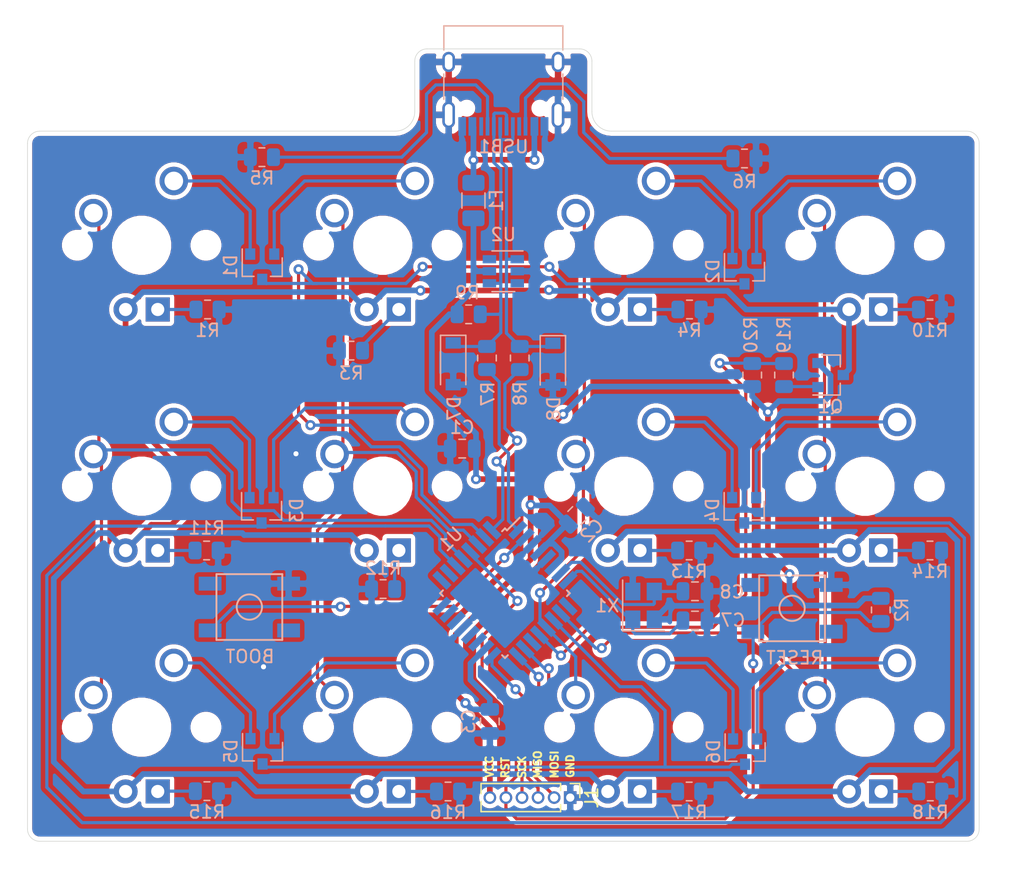
<source format=kicad_pcb>
(kicad_pcb (version 20171130) (host pcbnew "(5.1.9)-1")
  (layers (0 F.Cu signal) (31 B.Cu signal) (34 B.Paste user) (35 F.Paste user) (36 B.SilkS user) (37 F.SilkS user) (38 B.Mask user) (39 F.Mask user) (44 Edge.Cuts user))
  (net 0 "")
  (net 1 BOOT)
  (net 2 GND)
  (net 3 +5V)
  (net 4 "Net-(C7-Pad1)")
  (net 5 "Net-(C8-Pad1)")
  (net 6 row0)
  (net 7 "Net-(D2-Pad2)")
  (net 8 "Net-(D4-Pad2)")
  (net 9 row1)
  (net 10 "Net-(D6-Pad2)")
  (net 11 VCC)
  (net 12 RESET)
  (net 13 SCK)
  (net 14 MISO)
  (net 15 MOSI)
  (net 16 col0)
  (net 17 col1)
  (net 18 col2)
  (net 19 col3)
  (net 20 "Net-(R5-Pad2)")
  (net 21 "Net-(R6-Pad2)")
  (net 22 D-)
  (net 23 D+)
  (net 24 "Net-(U1-Pad22)")
  (net 25 "Net-(U1-Pad20)")
  (net 26 "Net-(U1-Pad19)")
  (net 27 "Net-(U2-Pad6)")
  (net 28 "Net-(U2-Pad3)")
  (net 29 "Net-(USB1-PadB8)")
  (net 30 "Net-(USB1-PadA8)")
  (net 31 row2)
  (net 32 "Net-(D1-Pad2)")
  (net 33 "Net-(D3-Pad2)")
  (net 34 "Net-(D5-Pad2)")
  (net 35 "Net-(D7-Pad1)")
  (net 36 "Net-(D8-Pad1)")
  (net 37 "Net-(MX1-Pad4)")
  (net 38 "Net-(MX2-Pad4)")
  (net 39 "Net-(MX3-Pad4)")
  (net 40 "Net-(MX4-Pad4)")
  (net 41 "Net-(MX5-Pad4)")
  (net 42 "Net-(MX6-Pad4)")
  (net 43 "Net-(MX7-Pad4)")
  (net 44 "Net-(MX8-Pad4)")
  (net 45 "Net-(MX9-Pad4)")
  (net 46 "Net-(MX10-Pad4)")
  (net 47 "Net-(MX11-Pad4)")
  (net 48 "Net-(MX12-Pad4)")
  (net 49 "Net-(Q1-Pad1)")
  (net 50 "Net-(R19-Pad2)")
  (net 51 "Net-(U1-Pad24)")
  (net 52 "Net-(U1-Pad23)")
  (net 53 "Net-(U1-Pad14)")
  (net 54 LED+)
  (net 55 "Net-(U1-Pad26)")
  (net 56 "Net-(U1-Pad25)")
  (net 57 "Net-(U1-Pad9)")
  (module MX_Only:MXOnly-1U (layer F.Cu) (at 115.8494 54.5592)
    (fp_text reference MX2)
    (fp_text value MX-LED)
    (pad "" np_thru_hole circle (at 5.08 0 48.0996) (size 1.75 1.75) (drill 1.75) (layers *.Cu *.Mask))
    (pad "" np_thru_hole circle (at -5.08 0 48.0996) (size 1.75 1.75) (drill 1.75) (layers *.Cu *.Mask))
    (pad 4 thru_hole rect (at 1.27 5.08) (size 1.905 1.905) (drill 1.04) (layers *.Cu B.Mask) (net 38 "Net-(MX2-Pad4)"))
    (pad 3 thru_hole circle (at -1.27 5.08) (size 1.905 1.905) (drill 1.04) (layers *.Cu B.Mask) (net 54 LED+))
    (pad 1 thru_hole circle (at -3.81 -2.54) (size 2.25 2.25) (drill 1.47) (layers *.Cu B.Mask) (net 17 col1))
    (pad "" np_thru_hole circle (at 0 0) (size 3.9878 3.9878) (drill 3.9878) (layers *.Cu *.Mask))
    (pad 2 thru_hole circle (at 2.54 -5.08) (size 2.25 2.25) (drill 1.47) (layers *.Cu B.Mask) (net 32 "Net-(D1-Pad2)"))
  )
  (module Package_TO_SOT_SMD:SOT-23 (layer B.Cu) (at 151.2316 64.8208)
    (fp_text reference Q1 (at 0 2.5) (layer B.SilkS) (effects (justify mirror)))
    (fp_text value AO3401A)
    (pad 3 smd rect (at 1 0) (size 0.9 0.8) (layers B.Cu B.Paste B.Mask) (net 54 LED+))
    (pad 2 smd rect (at -1 -0.95) (size 0.9 0.8) (layers B.Cu B.Paste B.Mask) (net 3 +5V))
    (pad 1 smd rect (at -1 0.95) (size 0.9 0.8) (layers B.Cu B.Paste B.Mask) (net 49 "Net-(Q1-Pad1)"))
  )
  (module Resistor_SMD:R_0805_2012Metric (layer B.Cu) (at 145.034 64.8208 90)
    (fp_text reference R20 (at 3.175 -0.1016 270) (layer B.SilkS) (effects (justify mirror)))
    (fp_text value 10k)
    (pad 2 smd roundrect (at 0.9125 0 90) (size 1.025 1.4) (layers B.Cu B.Paste B.Mask) (roundrect_rratio 0.2439004878048781) (net 50 "Net-(R19-Pad2)"))
    (pad 1 smd roundrect (at -0.9125 0 90) (size 1.025 1.4) (layers B.Cu B.Paste B.Mask) (roundrect_rratio 0.2439004878048781) (net 3 +5V))
  )
  (module Resistor_SMD:R_0805_2012Metric (layer B.Cu) (at 147.5486 64.8208 90)
    (fp_text reference R19 (at 3.175 0 90) (layer B.SilkS) (effects (justify mirror)))
    (fp_text value 100r)
    (pad 2 smd roundrect (at 0.9125 0 90) (size 1.025 1.4) (layers B.Cu B.Paste B.Mask) (roundrect_rratio 0.2439004878048781) (net 50 "Net-(R19-Pad2)"))
    (pad 1 smd roundrect (at -0.9125 0 90) (size 1.025 1.4) (layers B.Cu B.Paste B.Mask) (roundrect_rratio 0.2439004878048781) (net 49 "Net-(Q1-Pad1)"))
  )
  (module Resistor_SMD:R_0805_2012Metric (layer B.Cu) (at 159.1056 97.7392)
    (fp_text reference R18 (at 0 1.65) (layer B.SilkS) (effects (justify mirror)))
    (fp_text value 1k)
    (pad 2 smd roundrect (at 0.9125 0) (size 1.025 1.4) (layers B.Cu B.Paste B.Mask) (roundrect_rratio 0.2439004878048781) (net 2 GND))
    (pad 1 smd roundrect (at -0.9125 0) (size 1.025 1.4) (layers B.Cu B.Paste B.Mask) (roundrect_rratio 0.2439004878048781) (net 48 "Net-(MX12-Pad4)"))
  )
  (module Resistor_SMD:R_0805_2012Metric (layer B.Cu) (at 140.0556 97.7392)
    (fp_text reference R17 (at 0 1.65) (layer B.SilkS) (effects (justify mirror)))
    (fp_text value 1k)
    (pad 2 smd roundrect (at 0.9125 0) (size 1.025 1.4) (layers B.Cu B.Paste B.Mask) (roundrect_rratio 0.2439004878048781) (net 2 GND))
    (pad 1 smd roundrect (at -0.9125 0) (size 1.025 1.4) (layers B.Cu B.Paste B.Mask) (roundrect_rratio 0.2439004878048781) (net 47 "Net-(MX11-Pad4)"))
  )
  (module Resistor_SMD:R_0805_2012Metric (layer B.Cu) (at 121.0056 97.7392)
    (fp_text reference R16 (at 0 1.65) (layer B.SilkS) (effects (justify mirror)))
    (fp_text value 1k)
    (pad 2 smd roundrect (at 0.9125 0) (size 1.025 1.4) (layers B.Cu B.Paste B.Mask) (roundrect_rratio 0.2439004878048781) (net 2 GND))
    (pad 1 smd roundrect (at -0.9125 0) (size 1.025 1.4) (layers B.Cu B.Paste B.Mask) (roundrect_rratio 0.2439004878048781) (net 46 "Net-(MX10-Pad4)"))
  )
  (module Resistor_SMD:R_0805_2012Metric (layer B.Cu) (at 101.9556 97.7138)
    (fp_text reference R15 (at 0 1.65) (layer B.SilkS) (effects (justify mirror)))
    (fp_text value 1k)
    (pad 2 smd roundrect (at 0.9125 0) (size 1.025 1.4) (layers B.Cu B.Paste B.Mask) (roundrect_rratio 0.2439004878048781) (net 2 GND))
    (pad 1 smd roundrect (at -0.9125 0) (size 1.025 1.4) (layers B.Cu B.Paste B.Mask) (roundrect_rratio 0.2439004878048781) (net 45 "Net-(MX9-Pad4)"))
  )
  (module Resistor_SMD:R_0805_2012Metric (layer B.Cu) (at 159.0802 78.6892)
    (fp_text reference R14 (at 0 1.65) (layer B.SilkS) (effects (justify mirror)))
    (fp_text value 1k)
    (pad 2 smd roundrect (at 0.9125 0) (size 1.025 1.4) (layers B.Cu B.Paste B.Mask) (roundrect_rratio 0.2439004878048781) (net 2 GND))
    (pad 1 smd roundrect (at -0.9125 0) (size 1.025 1.4) (layers B.Cu B.Paste B.Mask) (roundrect_rratio 0.2439004878048781) (net 44 "Net-(MX8-Pad4)"))
  )
  (module Resistor_SMD:R_0805_2012Metric (layer B.Cu) (at 140.0556 78.6892)
    (fp_text reference R13 (at 0 1.65) (layer B.SilkS) (effects (justify mirror)))
    (fp_text value 1k)
    (pad 2 smd roundrect (at 0.9125 0) (size 1.025 1.4) (layers B.Cu B.Paste B.Mask) (roundrect_rratio 0.2439004878048781) (net 2 GND))
    (pad 1 smd roundrect (at -0.9125 0) (size 1.025 1.4) (layers B.Cu B.Paste B.Mask) (roundrect_rratio 0.2439004878048781) (net 43 "Net-(MX7-Pad4)"))
  )
  (module Resistor_SMD:R_0805_2012Metric (layer B.Cu) (at 115.8748 81.7372 180)
    (fp_text reference R12 (at 0 1.65 180) (layer B.SilkS) (effects (justify mirror)))
    (fp_text value 1k)
    (pad 2 smd roundrect (at 0.9125 0 180) (size 1.025 1.4) (layers B.Cu B.Paste B.Mask) (roundrect_rratio 0.2439004878048781) (net 2 GND))
    (pad 1 smd roundrect (at -0.9125 0 180) (size 1.025 1.4) (layers B.Cu B.Paste B.Mask) (roundrect_rratio 0.2439004878048781) (net 42 "Net-(MX6-Pad4)"))
  )
  (module Resistor_SMD:R_0805_2012Metric (layer B.Cu) (at 101.9302 78.6892)
    (fp_text reference R11 (at 0 -1.778) (layer B.SilkS) (effects (justify mirror)))
    (fp_text value 1k)
    (pad 2 smd roundrect (at 0.9125 0) (size 1.025 1.4) (layers B.Cu B.Paste B.Mask) (roundrect_rratio 0.2439004878048781) (net 2 GND))
    (pad 1 smd roundrect (at -0.9125 0) (size 1.025 1.4) (layers B.Cu B.Paste B.Mask) (roundrect_rratio 0.2439004878048781) (net 41 "Net-(MX5-Pad4)"))
  )
  (module Resistor_SMD:R_0805_2012Metric (layer B.Cu) (at 159.0802 59.6392)
    (fp_text reference R10 (at 0 1.65) (layer B.SilkS) (effects (justify mirror)))
    (fp_text value 1k)
    (pad 2 smd roundrect (at 0.9125 0) (size 1.025 1.4) (layers B.Cu B.Paste B.Mask) (roundrect_rratio 0.2439004878048781) (net 2 GND))
    (pad 1 smd roundrect (at -0.9125 0) (size 1.025 1.4) (layers B.Cu B.Paste B.Mask) (roundrect_rratio 0.2439004878048781) (net 40 "Net-(MX4-Pad4)"))
  )
  (module Resistor_SMD:R_0805_2012Metric (layer B.Cu) (at 140.081 59.6392)
    (fp_text reference R4 (at 0 1.65) (layer B.SilkS) (effects (justify mirror)))
    (fp_text value 1k)
    (pad 2 smd roundrect (at 0.9125 0) (size 1.025 1.4) (layers B.Cu B.Paste B.Mask) (roundrect_rratio 0.2439004878048781) (net 2 GND))
    (pad 1 smd roundrect (at -0.9125 0) (size 1.025 1.4) (layers B.Cu B.Paste B.Mask) (roundrect_rratio 0.2439004878048781) (net 39 "Net-(MX3-Pad4)"))
  )
  (module Resistor_SMD:R_0805_2012Metric (layer B.Cu) (at 113.3348 62.8904 180)
    (fp_text reference R3 (at -0.0254 -1.778) (layer B.SilkS) (effects (justify mirror)))
    (fp_text value 1k)
    (pad 2 smd roundrect (at 0.9125 0 180) (size 1.025 1.4) (layers B.Cu B.Paste B.Mask) (roundrect_rratio 0.2439004878048781) (net 2 GND))
    (pad 1 smd roundrect (at -0.9125 0 180) (size 1.025 1.4) (layers B.Cu B.Paste B.Mask) (roundrect_rratio 0.2439004878048781) (net 38 "Net-(MX2-Pad4)"))
  )
  (module Resistor_SMD:R_0805_2012Metric (layer B.Cu) (at 102.0064 59.6392)
    (fp_text reference R1 (at 0 1.65) (layer B.SilkS) (effects (justify mirror)))
    (fp_text value 1k)
    (pad 2 smd roundrect (at 0.9125 0) (size 1.025 1.4) (layers B.Cu B.Paste B.Mask) (roundrect_rratio 0.2439004878048781) (net 2 GND))
    (pad 1 smd roundrect (at -0.9125 0) (size 1.025 1.4) (layers B.Cu B.Paste B.Mask) (roundrect_rratio 0.2439004878048781) (net 37 "Net-(MX1-Pad4)"))
  )
  (module MX_Only:MXOnly-1U (layer F.Cu) (at 153.9494 92.6592)
    (fp_text reference MX12)
    (fp_text value MX-LED)
    (pad "" np_thru_hole circle (at 5.08 0 48.0996) (size 1.75 1.75) (drill 1.75) (layers *.Cu *.Mask))
    (pad "" np_thru_hole circle (at -5.08 0 48.0996) (size 1.75 1.75) (drill 1.75) (layers *.Cu *.Mask))
    (pad 4 thru_hole rect (at 1.27 5.08) (size 1.905 1.905) (drill 1.04) (layers *.Cu B.Mask) (net 48 "Net-(MX12-Pad4)"))
    (pad 3 thru_hole circle (at -1.27 5.08) (size 1.905 1.905) (drill 1.04) (layers *.Cu B.Mask) (net 54 LED+))
    (pad 1 thru_hole circle (at -3.81 -2.54) (size 2.25 2.25) (drill 1.47) (layers *.Cu B.Mask) (net 19 col3))
    (pad "" np_thru_hole circle (at 0 0) (size 3.9878 3.9878) (drill 3.9878) (layers *.Cu *.Mask))
    (pad 2 thru_hole circle (at 2.54 -5.08) (size 2.25 2.25) (drill 1.47) (layers *.Cu B.Mask) (net 10 "Net-(D6-Pad2)"))
  )
  (module MX_Only:MXOnly-1U (layer F.Cu) (at 134.8994 92.6592)
    (fp_text reference MX11)
    (fp_text value MX-LED)
    (pad "" np_thru_hole circle (at 5.08 0 48.0996) (size 1.75 1.75) (drill 1.75) (layers *.Cu *.Mask))
    (pad "" np_thru_hole circle (at -5.08 0 48.0996) (size 1.75 1.75) (drill 1.75) (layers *.Cu *.Mask))
    (pad 4 thru_hole rect (at 1.27 5.08) (size 1.905 1.905) (drill 1.04) (layers *.Cu B.Mask) (net 47 "Net-(MX11-Pad4)"))
    (pad 3 thru_hole circle (at -1.27 5.08) (size 1.905 1.905) (drill 1.04) (layers *.Cu B.Mask) (net 54 LED+))
    (pad 1 thru_hole circle (at -3.81 -2.54) (size 2.25 2.25) (drill 1.47) (layers *.Cu B.Mask) (net 18 col2))
    (pad "" np_thru_hole circle (at 0 0) (size 3.9878 3.9878) (drill 3.9878) (layers *.Cu *.Mask))
    (pad 2 thru_hole circle (at 2.54 -5.08) (size 2.25 2.25) (drill 1.47) (layers *.Cu B.Mask) (net 10 "Net-(D6-Pad2)"))
  )
  (module MX_Only:MXOnly-1U (layer F.Cu) (at 115.8494 92.6592)
    (fp_text reference MX10)
    (fp_text value MX-LED)
    (pad "" np_thru_hole circle (at 5.08 0 48.0996) (size 1.75 1.75) (drill 1.75) (layers *.Cu *.Mask))
    (pad "" np_thru_hole circle (at -5.08 0 48.0996) (size 1.75 1.75) (drill 1.75) (layers *.Cu *.Mask))
    (pad 4 thru_hole rect (at 1.27 5.08) (size 1.905 1.905) (drill 1.04) (layers *.Cu B.Mask) (net 46 "Net-(MX10-Pad4)"))
    (pad 3 thru_hole circle (at -1.27 5.08) (size 1.905 1.905) (drill 1.04) (layers *.Cu B.Mask) (net 54 LED+))
    (pad 1 thru_hole circle (at -3.81 -2.54) (size 2.25 2.25) (drill 1.47) (layers *.Cu B.Mask) (net 17 col1))
    (pad "" np_thru_hole circle (at 0 0) (size 3.9878 3.9878) (drill 3.9878) (layers *.Cu *.Mask))
    (pad 2 thru_hole circle (at 2.54 -5.08) (size 2.25 2.25) (drill 1.47) (layers *.Cu B.Mask) (net 34 "Net-(D5-Pad2)"))
  )
  (module MX_Only:MXOnly-1U (layer F.Cu) (at 96.7994 92.6592)
    (fp_text reference MX9)
    (fp_text value MX-LED)
    (pad "" np_thru_hole circle (at 5.08 0 48.0996) (size 1.75 1.75) (drill 1.75) (layers *.Cu *.Mask))
    (pad "" np_thru_hole circle (at -5.08 0 48.0996) (size 1.75 1.75) (drill 1.75) (layers *.Cu *.Mask))
    (pad 4 thru_hole rect (at 1.27 5.08) (size 1.905 1.905) (drill 1.04) (layers *.Cu B.Mask) (net 45 "Net-(MX9-Pad4)"))
    (pad 3 thru_hole circle (at -1.27 5.08) (size 1.905 1.905) (drill 1.04) (layers *.Cu B.Mask) (net 54 LED+))
    (pad 1 thru_hole circle (at -3.81 -2.54) (size 2.25 2.25) (drill 1.47) (layers *.Cu B.Mask) (net 16 col0))
    (pad "" np_thru_hole circle (at 0 0) (size 3.9878 3.9878) (drill 3.9878) (layers *.Cu *.Mask))
    (pad 2 thru_hole circle (at 2.54 -5.08) (size 2.25 2.25) (drill 1.47) (layers *.Cu B.Mask) (net 34 "Net-(D5-Pad2)"))
  )
  (module MX_Only:MXOnly-1U (layer F.Cu) (at 153.9494 73.6092)
    (fp_text reference MX8)
    (fp_text value MX-LED)
    (pad "" np_thru_hole circle (at 5.08 0 48.0996) (size 1.75 1.75) (drill 1.75) (layers *.Cu *.Mask))
    (pad "" np_thru_hole circle (at -5.08 0 48.0996) (size 1.75 1.75) (drill 1.75) (layers *.Cu *.Mask))
    (pad 4 thru_hole rect (at 1.27 5.08) (size 1.905 1.905) (drill 1.04) (layers *.Cu B.Mask) (net 44 "Net-(MX8-Pad4)"))
    (pad 3 thru_hole circle (at -1.27 5.08) (size 1.905 1.905) (drill 1.04) (layers *.Cu B.Mask) (net 54 LED+))
    (pad 1 thru_hole circle (at -3.81 -2.54) (size 2.25 2.25) (drill 1.47) (layers *.Cu B.Mask) (net 19 col3))
    (pad "" np_thru_hole circle (at 0 0) (size 3.9878 3.9878) (drill 3.9878) (layers *.Cu *.Mask))
    (pad 2 thru_hole circle (at 2.54 -5.08) (size 2.25 2.25) (drill 1.47) (layers *.Cu B.Mask) (net 8 "Net-(D4-Pad2)"))
  )
  (module MX_Only:MXOnly-1U (layer F.Cu) (at 134.8994 73.6092)
    (fp_text reference MX7)
    (fp_text value MX-LED)
    (pad "" np_thru_hole circle (at 5.08 0 48.0996) (size 1.75 1.75) (drill 1.75) (layers *.Cu *.Mask))
    (pad "" np_thru_hole circle (at -5.08 0 48.0996) (size 1.75 1.75) (drill 1.75) (layers *.Cu *.Mask))
    (pad 4 thru_hole rect (at 1.27 5.08) (size 1.905 1.905) (drill 1.04) (layers *.Cu B.Mask) (net 43 "Net-(MX7-Pad4)"))
    (pad 3 thru_hole circle (at -1.27 5.08) (size 1.905 1.905) (drill 1.04) (layers *.Cu B.Mask) (net 54 LED+))
    (pad 1 thru_hole circle (at -3.81 -2.54) (size 2.25 2.25) (drill 1.47) (layers *.Cu B.Mask) (net 18 col2))
    (pad "" np_thru_hole circle (at 0 0) (size 3.9878 3.9878) (drill 3.9878) (layers *.Cu *.Mask))
    (pad 2 thru_hole circle (at 2.54 -5.08) (size 2.25 2.25) (drill 1.47) (layers *.Cu B.Mask) (net 8 "Net-(D4-Pad2)"))
  )
  (module MX_Only:MXOnly-1U (layer F.Cu) (at 115.8494 73.6092)
    (fp_text reference MX6)
    (fp_text value MX-LED)
    (pad "" np_thru_hole circle (at 5.08 0 48.0996) (size 1.75 1.75) (drill 1.75) (layers *.Cu *.Mask))
    (pad "" np_thru_hole circle (at -5.08 0 48.0996) (size 1.75 1.75) (drill 1.75) (layers *.Cu *.Mask))
    (pad 4 thru_hole rect (at 1.27 5.08) (size 1.905 1.905) (drill 1.04) (layers *.Cu B.Mask) (net 42 "Net-(MX6-Pad4)"))
    (pad 3 thru_hole circle (at -1.27 5.08) (size 1.905 1.905) (drill 1.04) (layers *.Cu B.Mask) (net 54 LED+))
    (pad 1 thru_hole circle (at -3.81 -2.54) (size 2.25 2.25) (drill 1.47) (layers *.Cu B.Mask) (net 17 col1))
    (pad "" np_thru_hole circle (at 0 0) (size 3.9878 3.9878) (drill 3.9878) (layers *.Cu *.Mask))
    (pad 2 thru_hole circle (at 2.54 -5.08) (size 2.25 2.25) (drill 1.47) (layers *.Cu B.Mask) (net 33 "Net-(D3-Pad2)"))
  )
  (module MX_Only:MXOnly-1U (layer F.Cu) (at 96.7994 73.6092)
    (fp_text reference MX5)
    (fp_text value MX-LED)
    (pad "" np_thru_hole circle (at 5.08 0 48.0996) (size 1.75 1.75) (drill 1.75) (layers *.Cu *.Mask))
    (pad "" np_thru_hole circle (at -5.08 0 48.0996) (size 1.75 1.75) (drill 1.75) (layers *.Cu *.Mask))
    (pad 4 thru_hole rect (at 1.27 5.08) (size 1.905 1.905) (drill 1.04) (layers *.Cu B.Mask) (net 41 "Net-(MX5-Pad4)"))
    (pad 3 thru_hole circle (at -1.27 5.08) (size 1.905 1.905) (drill 1.04) (layers *.Cu B.Mask) (net 54 LED+))
    (pad 1 thru_hole circle (at -3.81 -2.54) (size 2.25 2.25) (drill 1.47) (layers *.Cu B.Mask) (net 16 col0))
    (pad "" np_thru_hole circle (at 0 0) (size 3.9878 3.9878) (drill 3.9878) (layers *.Cu *.Mask))
    (pad 2 thru_hole circle (at 2.54 -5.08) (size 2.25 2.25) (drill 1.47) (layers *.Cu B.Mask) (net 33 "Net-(D3-Pad2)"))
  )
  (module MX_Only:MXOnly-1U (layer F.Cu) (at 153.9494 54.5592)
    (fp_text reference MX4)
    (fp_text value MX-LED)
    (pad "" np_thru_hole circle (at 5.08 0 48.0996) (size 1.75 1.75) (drill 1.75) (layers *.Cu *.Mask))
    (pad "" np_thru_hole circle (at -5.08 0 48.0996) (size 1.75 1.75) (drill 1.75) (layers *.Cu *.Mask))
    (pad 4 thru_hole rect (at 1.27 5.08) (size 1.905 1.905) (drill 1.04) (layers *.Cu B.Mask) (net 40 "Net-(MX4-Pad4)"))
    (pad 3 thru_hole circle (at -1.27 5.08) (size 1.905 1.905) (drill 1.04) (layers *.Cu B.Mask) (net 54 LED+))
    (pad 1 thru_hole circle (at -3.81 -2.54) (size 2.25 2.25) (drill 1.47) (layers *.Cu B.Mask) (net 19 col3))
    (pad "" np_thru_hole circle (at 0 0) (size 3.9878 3.9878) (drill 3.9878) (layers *.Cu *.Mask))
    (pad 2 thru_hole circle (at 2.54 -5.08) (size 2.25 2.25) (drill 1.47) (layers *.Cu B.Mask) (net 7 "Net-(D2-Pad2)"))
  )
  (module MX_Only:MXOnly-1U (layer F.Cu) (at 134.8994 54.5592)
    (fp_text reference MX3)
    (fp_text value MX-LED)
    (pad "" np_thru_hole circle (at 5.08 0 48.0996) (size 1.75 1.75) (drill 1.75) (layers *.Cu *.Mask))
    (pad "" np_thru_hole circle (at -5.08 0 48.0996) (size 1.75 1.75) (drill 1.75) (layers *.Cu *.Mask))
    (pad 4 thru_hole rect (at 1.27 5.08) (size 1.905 1.905) (drill 1.04) (layers *.Cu B.Mask) (net 39 "Net-(MX3-Pad4)"))
    (pad 3 thru_hole circle (at -1.27 5.08) (size 1.905 1.905) (drill 1.04) (layers *.Cu B.Mask) (net 54 LED+))
    (pad 1 thru_hole circle (at -3.81 -2.54) (size 2.25 2.25) (drill 1.47) (layers *.Cu B.Mask) (net 18 col2))
    (pad "" np_thru_hole circle (at 0 0) (size 3.9878 3.9878) (drill 3.9878) (layers *.Cu *.Mask))
    (pad 2 thru_hole circle (at 2.54 -5.08) (size 2.25 2.25) (drill 1.47) (layers *.Cu B.Mask) (net 7 "Net-(D2-Pad2)"))
  )
  (module MX_Only:MXOnly-1U (layer F.Cu) (at 96.7994 54.5592)
    (fp_text reference MX1)
    (fp_text value MX-LED)
    (pad "" np_thru_hole circle (at 5.08 0 48.0996) (size 1.75 1.75) (drill 1.75) (layers *.Cu *.Mask))
    (pad "" np_thru_hole circle (at -5.08 0 48.0996) (size 1.75 1.75) (drill 1.75) (layers *.Cu *.Mask))
    (pad 4 thru_hole rect (at 1.27 5.08) (size 1.905 1.905) (drill 1.04) (layers *.Cu B.Mask) (net 37 "Net-(MX1-Pad4)"))
    (pad 3 thru_hole circle (at -1.27 5.08) (size 1.905 1.905) (drill 1.04) (layers *.Cu B.Mask) (net 54 LED+))
    (pad 1 thru_hole circle (at -3.81 -2.54) (size 2.25 2.25) (drill 1.47) (layers *.Cu B.Mask) (net 16 col0))
    (pad "" np_thru_hole circle (at 0 0) (size 3.9878 3.9878) (drill 3.9878) (layers *.Cu *.Mask))
    (pad 2 thru_hole circle (at 2.54 -5.08) (size 2.25 2.25) (drill 1.47) (layers *.Cu B.Mask) (net 32 "Net-(D1-Pad2)"))
  )
  (module custom_parts:D_SOT-23_ANK (layer B.Cu) (at 144.4752 94.5896 270)
    (fp_text reference D6 (at 0 2.5 270) (layer B.SilkS) (effects (justify mirror)))
    (fp_text value D_Small)
    (pad 1 smd rect (at 1 0 270) (size 0.9 0.8) (layers B.Cu B.Paste B.Mask) (net 31 row2))
    (pad 2 smd rect (at -1 -0.95 270) (size 0.9 0.8) (layers B.Cu B.Paste B.Mask) (net 10 "Net-(D6-Pad2)"))
    (pad 2 smd rect (at -1 0.95 270) (size 0.9 0.8) (layers B.Cu B.Paste B.Mask) (net 10 "Net-(D6-Pad2)"))
  )
  (module custom_parts:D_SOT-23_ANK (layer B.Cu) (at 106.3498 94.5642 270)
    (fp_text reference D5 (at 0 2.5 90) (layer B.SilkS) (effects (justify mirror)))
    (fp_text value D_Small)
    (pad 1 smd rect (at 1 0 270) (size 0.9 0.8) (layers B.Cu B.Paste B.Mask) (net 31 row2))
    (pad 2 smd rect (at -1 -0.95 270) (size 0.9 0.8) (layers B.Cu B.Paste B.Mask) (net 34 "Net-(D5-Pad2)"))
    (pad 2 smd rect (at -1 0.95 270) (size 0.9 0.8) (layers B.Cu B.Paste B.Mask) (net 34 "Net-(D5-Pad2)"))
  )
  (module custom_parts:D_SOT-23_ANK (layer B.Cu) (at 144.399 75.5142 270)
    (fp_text reference D4 (at 0 2.5 90) (layer B.SilkS) (effects (justify mirror)))
    (fp_text value D_Small)
    (pad 1 smd rect (at 1 0 270) (size 0.9 0.8) (layers B.Cu B.Paste B.Mask) (net 9 row1))
    (pad 2 smd rect (at -1 -0.95 270) (size 0.9 0.8) (layers B.Cu B.Paste B.Mask) (net 8 "Net-(D4-Pad2)"))
    (pad 2 smd rect (at -1 0.95 270) (size 0.9 0.8) (layers B.Cu B.Paste B.Mask) (net 8 "Net-(D4-Pad2)"))
  )
  (module custom_parts:D_SOT-23_ANK (layer B.Cu) (at 106.2736 75.5142 270)
    (fp_text reference D3 (at 0 -2.7686 270) (layer B.SilkS) (effects (justify mirror)))
    (fp_text value D_Small)
    (pad 1 smd rect (at 1 0 270) (size 0.9 0.8) (layers B.Cu B.Paste B.Mask) (net 9 row1))
    (pad 2 smd rect (at -1 -0.95 270) (size 0.9 0.8) (layers B.Cu B.Paste B.Mask) (net 33 "Net-(D3-Pad2)"))
    (pad 2 smd rect (at -1 0.95 270) (size 0.9 0.8) (layers B.Cu B.Paste B.Mask) (net 33 "Net-(D3-Pad2)"))
  )
  (module custom_parts:D_SOT-23_ANK (layer B.Cu) (at 144.4244 56.6166 270)
    (fp_text reference D2 (at 0 2.5 90) (layer B.SilkS) (effects (justify mirror)))
    (fp_text value D_Small)
    (pad 1 smd rect (at 1 0 270) (size 0.9 0.8) (layers B.Cu B.Paste B.Mask) (net 6 row0))
    (pad 2 smd rect (at -1 -0.95 270) (size 0.9 0.8) (layers B.Cu B.Paste B.Mask) (net 7 "Net-(D2-Pad2)"))
    (pad 2 smd rect (at -1 0.95 270) (size 0.9 0.8) (layers B.Cu B.Paste B.Mask) (net 7 "Net-(D2-Pad2)"))
  )
  (module custom_parts:D_SOT-23_ANK (layer B.Cu) (at 106.3244 56.261 270)
    (fp_text reference D1 (at 0 2.5 90) (layer B.SilkS) (effects (justify mirror)))
    (fp_text value D_Small)
    (pad 1 smd rect (at 1 0 270) (size 0.9 0.8) (layers B.Cu B.Paste B.Mask) (net 6 row0))
    (pad 2 smd rect (at -1 -0.95 270) (size 0.9 0.8) (layers B.Cu B.Paste B.Mask) (net 32 "Net-(D1-Pad2)"))
    (pad 2 smd rect (at -1 0.95 270) (size 0.9 0.8) (layers B.Cu B.Paste B.Mask) (net 32 "Net-(D1-Pad2)"))
  )
  (module Crystal:Crystal_SMD_3225-4Pin_3.2x2.5mm (layer B.Cu) (at 136.4488 83.0326 90)
    (fp_text reference X1 (at -0.0254 -2.8702 180) (layer B.SilkS) (effects (justify mirror)))
    (fp_text value Crystal_GND24_Small)
    (pad 4 smd rect (at -1.1 0.85 90) (size 1.4 1.2) (layers B.Cu B.Paste B.Mask) (net 2 GND))
    (pad 3 smd rect (at 1.1 0.85 90) (size 1.4 1.2) (layers B.Cu B.Paste B.Mask) (net 5 "Net-(C8-Pad1)"))
    (pad 2 smd rect (at 1.1 -0.85 90) (size 1.4 1.2) (layers B.Cu B.Paste B.Mask) (net 2 GND))
    (pad 1 smd rect (at -1.1 -0.85 90) (size 1.4 1.2) (layers B.Cu B.Paste B.Mask) (net 4 "Net-(C7-Pad1)"))
  )
  (module Connector_USB:USB_C_Receptacle_HRO_TYPE-C-31-M-12 (layer B.Cu) (at 125.3744 41.1226)
    (fp_text reference USB1 (at 0 5.645) (layer B.SilkS) (effects (justify mirror)))
    (fp_text value USB_C_Receptacle_USB2.0)
    (pad B1 smd rect (at 3.25 4.045) (size 0.6 1.45) (layers B.Cu B.Paste B.Mask) (net 2 GND))
    (pad A9 smd rect (at 2.45 4.045) (size 0.6 1.45) (layers B.Cu B.Paste B.Mask) (net 11 VCC))
    (pad B9 smd rect (at -2.45 4.045) (size 0.6 1.45) (layers B.Cu B.Paste B.Mask) (net 11 VCC))
    (pad B12 smd rect (at -3.25 4.045) (size 0.6 1.45) (layers B.Cu B.Paste B.Mask) (net 2 GND))
    (pad A1 smd rect (at -3.25 4.045) (size 0.6 1.45) (layers B.Cu B.Paste B.Mask) (net 2 GND))
    (pad A4 smd rect (at -2.45 4.045) (size 0.6 1.45) (layers B.Cu B.Paste B.Mask) (net 11 VCC))
    (pad B4 smd rect (at 2.45 4.045) (size 0.6 1.45) (layers B.Cu B.Paste B.Mask) (net 11 VCC))
    (pad A12 smd rect (at 3.25 4.045) (size 0.6 1.45) (layers B.Cu B.Paste B.Mask) (net 2 GND))
    (pad B8 smd rect (at -1.75 4.045) (size 0.3 1.45) (layers B.Cu B.Paste B.Mask) (net 29 "Net-(USB1-PadB8)"))
    (pad A5 smd rect (at -1.25 4.045) (size 0.3 1.45) (layers B.Cu B.Paste B.Mask) (net 20 "Net-(R5-Pad2)"))
    (pad B7 smd rect (at -0.75 4.045) (size 0.3 1.45) (layers B.Cu B.Paste B.Mask) (net 35 "Net-(D7-Pad1)"))
    (pad A7 smd rect (at 0.25 4.045) (size 0.3 1.45) (layers B.Cu B.Paste B.Mask) (net 35 "Net-(D7-Pad1)"))
    (pad B6 smd rect (at 0.75 4.045) (size 0.3 1.45) (layers B.Cu B.Paste B.Mask) (net 36 "Net-(D8-Pad1)"))
    (pad A8 smd rect (at 1.25 4.045) (size 0.3 1.45) (layers B.Cu B.Paste B.Mask) (net 30 "Net-(USB1-PadA8)"))
    (pad B5 smd rect (at 1.75 4.045) (size 0.3 1.45) (layers B.Cu B.Paste B.Mask) (net 21 "Net-(R6-Pad2)"))
    (pad A6 smd rect (at -0.25 4.045) (size 0.3 1.45) (layers B.Cu B.Paste B.Mask) (net 36 "Net-(D8-Pad1)"))
    (pad S1 thru_hole oval (at 4.32 3.13) (size 1 2.1) (drill oval 0.6 1.7) (layers *.Cu *.Mask) (net 2 GND))
    (pad S1 thru_hole oval (at -4.32 3.13) (size 1 2.1) (drill oval 0.6 1.7) (layers *.Cu *.Mask) (net 2 GND))
    (pad "" np_thru_hole circle (at -2.89 2.6) (size 0.65 0.65) (drill 0.65) (layers *.Cu *.Mask))
    (pad S1 thru_hole oval (at -4.32 -1.05) (size 1 1.6) (drill oval 0.6 1.2) (layers *.Cu *.Mask) (net 2 GND))
    (pad "" np_thru_hole circle (at 2.89 2.6) (size 0.65 0.65) (drill 0.65) (layers *.Cu *.Mask))
    (pad S1 thru_hole oval (at 4.32 -1.05) (size 1 1.6) (drill oval 0.6 1.2) (layers *.Cu *.Mask) (net 2 GND))
  )
  (module Package_TO_SOT_SMD:SOT-23-6 (layer B.Cu) (at 125.3744 56.6166 180)
    (fp_text reference U2 (at 0 2.9) (layer B.SilkS) (effects (justify mirror)))
    (fp_text value SRV05-4)
    (pad 5 smd rect (at 1.1 0 180) (size 1.06 0.65) (layers B.Cu B.Paste B.Mask) (net 3 +5V))
    (pad 6 smd rect (at 1.1 0.95 180) (size 1.06 0.65) (layers B.Cu B.Paste B.Mask) (net 27 "Net-(U2-Pad6)"))
    (pad 4 smd rect (at 1.1 -0.95 180) (size 1.06 0.65) (layers B.Cu B.Paste B.Mask) (net 35 "Net-(D7-Pad1)"))
    (pad 3 smd rect (at -1.1 -0.95 180) (size 1.06 0.65) (layers B.Cu B.Paste B.Mask) (net 28 "Net-(U2-Pad3)"))
    (pad 2 smd rect (at -1.1 0 180) (size 1.06 0.65) (layers B.Cu B.Paste B.Mask) (net 2 GND))
    (pad 1 smd rect (at -1.1 0.95 180) (size 1.06 0.65) (layers B.Cu B.Paste B.Mask) (net 36 "Net-(D8-Pad1)"))
  )
  (module Package_QFP:TQFP-32_7x7mm_P0.8mm (layer B.Cu) (at 125.5014 82.0674 225)
    (fp_text reference U1 (at 0 6.05 225) (layer B.SilkS) (effects (justify mirror)))
    (fp_text value ATmega328P-AU)
    (pad 32 smd rect (at -2.8 4.25 135) (size 1.6 0.55) (layers B.Cu B.Paste B.Mask) (net 23 D+))
    (pad 31 smd rect (at -2 4.25 135) (size 1.6 0.55) (layers B.Cu B.Paste B.Mask) (net 6 row0))
    (pad 30 smd rect (at -1.2 4.25 135) (size 1.6 0.55) (layers B.Cu B.Paste B.Mask) (net 17 col1))
    (pad 29 smd rect (at -0.4 4.25 135) (size 1.6 0.55) (layers B.Cu B.Paste B.Mask) (net 12 RESET))
    (pad 28 smd rect (at 0.4 4.25 135) (size 1.6 0.55) (layers B.Cu B.Paste B.Mask) (net 16 col0))
    (pad 27 smd rect (at 1.2 4.25 135) (size 1.6 0.55) (layers B.Cu B.Paste B.Mask) (net 9 row1))
    (pad 26 smd rect (at 2 4.25 135) (size 1.6 0.55) (layers B.Cu B.Paste B.Mask) (net 55 "Net-(U1-Pad26)"))
    (pad 25 smd rect (at 2.8 4.25 135) (size 1.6 0.55) (layers B.Cu B.Paste B.Mask) (net 56 "Net-(U1-Pad25)"))
    (pad 24 smd rect (at 4.25 2.8 225) (size 1.6 0.55) (layers B.Cu B.Paste B.Mask) (net 51 "Net-(U1-Pad24)"))
    (pad 23 smd rect (at 4.25 2 225) (size 1.6 0.55) (layers B.Cu B.Paste B.Mask) (net 52 "Net-(U1-Pad23)"))
    (pad 22 smd rect (at 4.25 1.2 225) (size 1.6 0.55) (layers B.Cu B.Paste B.Mask) (net 24 "Net-(U1-Pad22)"))
    (pad 21 smd rect (at 4.25 0.4 225) (size 1.6 0.55) (layers B.Cu B.Paste B.Mask) (net 2 GND))
    (pad 20 smd rect (at 4.25 -0.4 225) (size 1.6 0.55) (layers B.Cu B.Paste B.Mask) (net 25 "Net-(U1-Pad20)"))
    (pad 19 smd rect (at 4.25 -1.2 225) (size 1.6 0.55) (layers B.Cu B.Paste B.Mask) (net 26 "Net-(U1-Pad19)"))
    (pad 18 smd rect (at 4.25 -2 225) (size 1.6 0.55) (layers B.Cu B.Paste B.Mask) (net 3 +5V))
    (pad 17 smd rect (at 4.25 -2.8 225) (size 1.6 0.55) (layers B.Cu B.Paste B.Mask) (net 13 SCK))
    (pad 16 smd rect (at 2.8 -4.25 135) (size 1.6 0.55) (layers B.Cu B.Paste B.Mask) (net 14 MISO))
    (pad 15 smd rect (at 2 -4.25 135) (size 1.6 0.55) (layers B.Cu B.Paste B.Mask) (net 15 MOSI))
    (pad 14 smd rect (at 1.2 -4.25 135) (size 1.6 0.55) (layers B.Cu B.Paste B.Mask) (net 53 "Net-(U1-Pad14)"))
    (pad 13 smd rect (at 0.4 -4.25 135) (size 1.6 0.55) (layers B.Cu B.Paste B.Mask) (net 50 "Net-(R19-Pad2)"))
    (pad 12 smd rect (at -0.4 -4.25 135) (size 1.6 0.55) (layers B.Cu B.Paste B.Mask) (net 18 col2))
    (pad 11 smd rect (at -1.2 -4.25 135) (size 1.6 0.55) (layers B.Cu B.Paste B.Mask) (net 31 row2))
    (pad 10 smd rect (at -2 -4.25 135) (size 1.6 0.55) (layers B.Cu B.Paste B.Mask) (net 19 col3))
    (pad 9 smd rect (at -2.8 -4.25 135) (size 1.6 0.55) (layers B.Cu B.Paste B.Mask) (net 57 "Net-(U1-Pad9)"))
    (pad 8 smd rect (at -4.25 -2.8 225) (size 1.6 0.55) (layers B.Cu B.Paste B.Mask) (net 4 "Net-(C7-Pad1)"))
    (pad 7 smd rect (at -4.25 -2 225) (size 1.6 0.55) (layers B.Cu B.Paste B.Mask) (net 5 "Net-(C8-Pad1)"))
    (pad 6 smd rect (at -4.25 -1.2 225) (size 1.6 0.55) (layers B.Cu B.Paste B.Mask) (net 3 +5V))
    (pad 5 smd rect (at -4.25 -0.4 225) (size 1.6 0.55) (layers B.Cu B.Paste B.Mask) (net 2 GND))
    (pad 4 smd rect (at -4.25 0.4 225) (size 1.6 0.55) (layers B.Cu B.Paste B.Mask) (net 3 +5V))
    (pad 3 smd rect (at -4.25 1.2 225) (size 1.6 0.55) (layers B.Cu B.Paste B.Mask) (net 2 GND))
    (pad 2 smd rect (at -4.25 2 225) (size 1.6 0.55) (layers B.Cu B.Paste B.Mask) (net 1 BOOT))
    (pad 1 smd rect (at -4.25 2.8 225) (size 1.6 0.55) (layers B.Cu B.Paste B.Mask) (net 22 D-))
  )
  (module random-keyboard-parts:SKQG-1155865 (layer B.Cu) (at 148.1836 83.2612)
    (fp_text reference RESET (at 0.2032 3.9116) (layer B.SilkS) (effects (justify mirror)))
    (fp_text value SW_Push)
    (pad 4 smd rect (at -3.1 -1.85) (size 1.8 1.1) (layers B.Cu B.Paste B.Mask))
    (pad 3 smd rect (at 3.1 1.85) (size 1.8 1.1) (layers B.Cu B.Paste B.Mask))
    (pad 2 smd rect (at -3.1 1.85) (size 1.8 1.1) (layers B.Cu B.Paste B.Mask) (net 12 RESET))
    (pad 1 smd rect (at 3.1 -1.85) (size 1.8 1.1) (layers B.Cu B.Paste B.Mask) (net 2 GND))
  )
  (module Resistor_SMD:R_0805_2012Metric (layer B.Cu) (at 122.6331 60.0202 180)
    (fp_text reference R9 (at 0.1016 1.7018) (layer B.SilkS) (effects (justify mirror)))
    (fp_text value 1.5K)
    (pad 2 smd roundrect (at 0.9125 0 180) (size 1.025 1.4) (layers B.Cu B.Paste B.Mask) (roundrect_rratio 0.2439004878048781) (net 3 +5V))
    (pad 1 smd roundrect (at -0.9125 0 180) (size 1.025 1.4) (layers B.Cu B.Paste B.Mask) (roundrect_rratio 0.2439004878048781) (net 35 "Net-(D7-Pad1)"))
  )
  (module Resistor_SMD:R_0805_2012Metric (layer B.Cu) (at 126.6698 63.4746 90)
    (fp_text reference R8 (at -2.8194 0.0254 90) (layer B.SilkS) (effects (justify mirror)))
    (fp_text value 68R)
    (pad 2 smd roundrect (at 0.9125 0 90) (size 1.025 1.4) (layers B.Cu B.Paste B.Mask) (roundrect_rratio 0.2439004878048781) (net 36 "Net-(D8-Pad1)"))
    (pad 1 smd roundrect (at -0.9125 0 90) (size 1.025 1.4) (layers B.Cu B.Paste B.Mask) (roundrect_rratio 0.2439004878048781) (net 23 D+))
  )
  (module Resistor_SMD:R_0805_2012Metric (layer B.Cu) (at 124.079 63.4746 90)
    (fp_text reference R7 (at -2.8448 0.0762 90) (layer B.SilkS) (effects (justify mirror)))
    (fp_text value 68R)
    (pad 2 smd roundrect (at 0.9125 0 90) (size 1.025 1.4) (layers B.Cu B.Paste B.Mask) (roundrect_rratio 0.2439004878048781) (net 35 "Net-(D7-Pad1)"))
    (pad 1 smd roundrect (at -0.9125 0 90) (size 1.025 1.4) (layers B.Cu B.Paste B.Mask) (roundrect_rratio 0.2439004878048781) (net 22 D-))
  )
  (module Resistor_SMD:R_0805_2012Metric (layer B.Cu) (at 144.4244 47.7012 180)
    (fp_text reference R6 (at 0 -1.8288) (layer B.SilkS) (effects (justify mirror)))
    (fp_text value 5.1k)
    (pad 2 smd roundrect (at 0.9125 0 180) (size 1.025 1.4) (layers B.Cu B.Paste B.Mask) (roundrect_rratio 0.2439004878048781) (net 21 "Net-(R6-Pad2)"))
    (pad 1 smd roundrect (at -0.9125 0 180) (size 1.025 1.4) (layers B.Cu B.Paste B.Mask) (roundrect_rratio 0.2439004878048781) (net 2 GND))
  )
  (module Resistor_SMD:R_0805_2012Metric (layer B.Cu) (at 106.3009 47.5996)
    (fp_text reference R5 (at 0 1.65) (layer B.SilkS) (effects (justify mirror)))
    (fp_text value 5.1k)
    (pad 2 smd roundrect (at 0.9125 0) (size 1.025 1.4) (layers B.Cu B.Paste B.Mask) (roundrect_rratio 0.2439004878048781) (net 20 "Net-(R5-Pad2)"))
    (pad 1 smd roundrect (at -0.9125 0) (size 1.025 1.4) (layers B.Cu B.Paste B.Mask) (roundrect_rratio 0.2439004878048781) (net 2 GND))
  )
  (module Resistor_SMD:R_0805_2012Metric (layer B.Cu) (at 155.194 83.3882 90)
    (fp_text reference R2 (at 0 1.65 90) (layer B.SilkS) (effects (justify mirror)))
    (fp_text value 10k)
    (pad 2 smd roundrect (at 0.9125 0 90) (size 1.025 1.4) (layers B.Cu B.Paste B.Mask) (roundrect_rratio 0.2439004878048781) (net 3 +5V))
    (pad 1 smd roundrect (at -0.9125 0 90) (size 1.025 1.4) (layers B.Cu B.Paste B.Mask) (roundrect_rratio 0.2439004878048781) (net 12 RESET))
  )
  (module Connector_PinHeader_1.27mm:PinHeader_1x06_P1.27mm_Vertical (layer F.Cu) (at 130.6576 98.2218 270)
    (fp_text reference J1 (at 0 -1.695 90) (layer F.SilkS))
    (fp_text value Conn_01x06)
    (pad 6 thru_hole oval (at 0 6.35 270) (size 1 1) (drill 0.65) (layers *.Cu *.Mask) (net 3 +5V))
    (pad 5 thru_hole oval (at 0 5.08 270) (size 1 1) (drill 0.65) (layers *.Cu *.Mask) (net 12 RESET))
    (pad 4 thru_hole oval (at 0 3.81 270) (size 1 1) (drill 0.65) (layers *.Cu *.Mask) (net 13 SCK))
    (pad 3 thru_hole oval (at 0 2.54 270) (size 1 1) (drill 0.65) (layers *.Cu *.Mask) (net 14 MISO))
    (pad 2 thru_hole oval (at 0 1.27 270) (size 1 1) (drill 0.65) (layers *.Cu *.Mask) (net 15 MOSI))
    (pad 1 thru_hole rect (at 0 0 270) (size 1 1) (drill 0.65) (layers *.Cu *.Mask) (net 2 GND))
  )
  (module Fuse:Fuse_1206_3216Metric (layer B.Cu) (at 123.0122 51.0286 90)
    (fp_text reference F1 (at 0 1.82 90) (layer B.SilkS) (effects (justify mirror)))
    (fp_text value Polyfuse_Small)
    (pad 2 smd roundrect (at 1.4 0 90) (size 1.25 1.75) (layers B.Cu B.Paste B.Mask) (roundrect_rratio 0.2) (net 11 VCC))
    (pad 1 smd roundrect (at -1.4 0 90) (size 1.25 1.75) (layers B.Cu B.Paste B.Mask) (roundrect_rratio 0.2) (net 3 +5V))
  )
  (module Diode_SMD:D_SOD-123 (layer B.Cu) (at 129.286 63.9572 270)
    (fp_text reference D8 (at 3.5306 -0.0762 90) (layer B.SilkS) (effects (justify mirror)))
    (fp_text value D_Zener_Small)
    (pad 2 smd rect (at 1.65 0 270) (size 0.9 1.2) (layers B.Cu B.Paste B.Mask) (net 2 GND))
    (pad 1 smd rect (at -1.65 0 270) (size 0.9 1.2) (layers B.Cu B.Paste B.Mask) (net 36 "Net-(D8-Pad1)"))
  )
  (module Diode_SMD:D_SOD-123 (layer B.Cu) (at 121.412 63.9318 270)
    (fp_text reference D7 (at 3.5306 -0.0762 90) (layer B.SilkS) (effects (justify mirror)))
    (fp_text value D_Zener_Small)
    (pad 2 smd rect (at 1.65 0 270) (size 0.9 1.2) (layers B.Cu B.Paste B.Mask) (net 2 GND))
    (pad 1 smd rect (at -1.65 0 270) (size 0.9 1.2) (layers B.Cu B.Paste B.Mask) (net 35 "Net-(D7-Pad1)"))
  )
  (module Capacitor_SMD:C_0805_2012Metric (layer B.Cu) (at 140.5128 81.915)
    (fp_text reference C8 (at 2.921 0.0508) (layer B.SilkS) (effects (justify mirror)))
    (fp_text value 22pF)
    (pad 2 smd roundrect (at 0.95 0) (size 1 1.45) (layers B.Cu B.Paste B.Mask) (net 2 GND))
    (pad 1 smd roundrect (at -0.95 0) (size 1 1.45) (layers B.Cu B.Paste B.Mask) (net 5 "Net-(C8-Pad1)"))
  )
  (module Capacitor_SMD:C_0805_2012Metric (layer B.Cu) (at 140.5128 84.2264)
    (fp_text reference C7 (at 2.9972 -0.0254) (layer B.SilkS) (effects (justify mirror)))
    (fp_text value 22pF)
    (pad 2 smd roundrect (at 0.95 0) (size 1 1.45) (layers B.Cu B.Paste B.Mask) (net 2 GND))
    (pad 1 smd roundrect (at -0.95 0) (size 1 1.45) (layers B.Cu B.Paste B.Mask) (net 4 "Net-(C7-Pad1)"))
  )
  (module Capacitor_SMD:C_0805_2012Metric (layer B.Cu) (at 124.3076 92.202 270)
    (fp_text reference C3 (at 0 1.68 90) (layer B.SilkS) (effects (justify mirror)))
    (fp_text value 0.1uF)
    (pad 2 smd roundrect (at 0.95 0 270) (size 1 1.45) (layers B.Cu B.Paste B.Mask) (net 2 GND))
    (pad 1 smd roundrect (at -0.95 0 270) (size 1 1.45) (layers B.Cu B.Paste B.Mask) (net 3 +5V))
  )
  (module Capacitor_SMD:C_0805_2012Metric (layer B.Cu) (at 131.179649 75.931951 45)
    (fp_text reference C2 (at 0 1.68 45) (layer B.SilkS) (effects (justify mirror)))
    (fp_text value 0.1uF)
    (pad 2 smd roundrect (at 0.95 0 45) (size 1 1.45) (layers B.Cu B.Paste B.Mask) (net 2 GND))
    (pad 1 smd roundrect (at -0.95 0 45) (size 1 1.45) (layers B.Cu B.Paste B.Mask) (net 3 +5V))
  )
  (module Capacitor_SMD:C_0805_2012Metric (layer B.Cu) (at 122.1232 70.6374 180)
    (fp_text reference C1 (at 0 1.68) (layer B.SilkS) (effects (justify mirror)))
    (fp_text value 10uF)
    (pad 2 smd roundrect (at 0.95 0 180) (size 1 1.45) (layers B.Cu B.Paste B.Mask) (net 2 GND))
    (pad 1 smd roundrect (at -0.95 0 180) (size 1 1.45) (layers B.Cu B.Paste B.Mask) (net 3 +5V))
  )
  (module random-keyboard-parts:SKQG-1155865 (layer B.Cu) (at 105.3084 83.1596)
    (fp_text reference BOOT (at 0.0508 3.9116) (layer B.SilkS) (effects (justify mirror)))
    (fp_text value SW_Push)
    (pad 4 smd rect (at -3.1 -1.85) (size 1.8 1.1) (layers B.Cu B.Paste B.Mask))
    (pad 3 smd rect (at 3.1 1.85) (size 1.8 1.1) (layers B.Cu B.Paste B.Mask))
    (pad 2 smd rect (at -3.1 1.85) (size 1.8 1.1) (layers B.Cu B.Paste B.Mask) (net 1 BOOT))
    (pad 1 smd rect (at 3.1 -1.85) (size 1.8 1.1) (layers B.Cu B.Paste B.Mask) (net 2 GND))
  )
  (gr_text GND (at 130.6576 95.7326 90) (layer F.SilkS) (effects (font (size 0.6 0.6))))
  (gr_text MOSI (at 129.413 95.6056 90) (layer F.SilkS) (effects (font (size 0.6 0.6))))
  (gr_text "MISO\n" (at 128.0922 95.6056 90) (layer F.SilkS) (effects (font (size 0.6 0.6))))
  (gr_text SCK (at 126.8476 95.8088 90) (layer F.SilkS) (effects (font (size 0.6 0.6))))
  (gr_text RST (at 125.5268 95.8596 90) (layer F.SilkS) (effects (font (size 0.6 0.6))))
  (gr_text VCC (at 124.2822 95.7834 90) (layer F.SilkS) (effects (font (size 0.6 0.6))))
  (gr_arc (start 88.7476 46.5074) (end 88.7476 45.5422) (angle -90) (layer Edge.Cuts) (width 0.05))
  (gr_arc (start 88.7476 100.711) (end 87.7824 100.711) (angle -90) (layer Edge.Cuts) (width 0.05))
  (gr_arc (start 162.0012 100.711) (end 162.0012 101.6762) (angle -90) (layer Edge.Cuts) (width 0.05))
  (gr_arc (start 162.0012 46.5074) (end 162.9664 46.5074) (angle -90) (layer Edge.Cuts) (width 0.05))
  (gr_arc (start 131.4069 40.005) (end 132.3721 40.005) (angle -90) (layer Edge.Cuts) (width 0.05))
  (gr_arc (start 119.3419 40.005) (end 119.3419 39.0398) (angle -90) (layer Edge.Cuts) (width 0.05))
  (gr_arc (start 133.9215 43.9928) (end 132.3721 43.9928) (angle -90) (layer Edge.Cuts) (width 0.05))
  (gr_arc (start 116.8273 43.9928) (end 116.8273 45.5422) (angle -90) (layer Edge.Cuts) (width 0.05))
  (gr_line (start 87.7824 100.711) (end 87.7824 46.5074) (layer Edge.Cuts) (width 0.05))
  (gr_line (start 162.0012 101.6762) (end 88.7476 101.6762) (layer Edge.Cuts) (width 0.05))
  (gr_line (start 162.9664 46.5074) (end 162.9664 100.711) (layer Edge.Cuts) (width 0.05))
  (gr_line (start 133.9215 45.5422) (end 162.0012 45.5422) (layer Edge.Cuts) (width 0.05))
  (gr_line (start 132.3721 40.005) (end 132.3721 43.9928) (layer Edge.Cuts) (width 0.05))
  (gr_line (start 119.3419 39.0398) (end 131.4069 39.0398) (layer Edge.Cuts) (width 0.05))
  (gr_line (start 118.3767 43.9928) (end 118.3767 40.005) (layer Edge.Cuts) (width 0.05))
  (gr_line (start 88.7476 45.5422) (end 116.8273 45.5422) (layer Edge.Cuts) (width 0.05))
  (via (at 125.4506 79.2734) (size 0.8) (drill 0.4) (layers F.Cu B.Cu) (net 1))
  (segment (start 127.076017 77.647983) (end 125.4506 79.2734) (width 0.25) (layer B.Cu) (net 1))
  (segment (start 127.09239 77.647983) (end 127.076017 77.647983) (width 0.25) (layer B.Cu) (net 1))
  (segment (start 125.4506 79.2734) (end 121.6152 83.1088) (width 0.25) (layer F.Cu) (net 1))
  (via (at 112.522 83.1342) (size 0.8) (drill 0.4) (layers F.Cu B.Cu) (net 1))
  (segment (start 112.5474 83.1088) (end 112.522 83.1342) (width 0.25) (layer F.Cu) (net 1))
  (segment (start 121.6152 83.1088) (end 112.5474 83.1088) (width 0.25) (layer F.Cu) (net 1))
  (segment (start 104.0838 83.1342) (end 102.2084 85.0096) (width 0.25) (layer B.Cu) (net 1))
  (segment (start 112.522 83.1342) (end 104.0838 83.1342) (width 0.25) (layer B.Cu) (net 1))
  (segment (start 108.4084 81.5606) (end 108.4084 81.3096) (width 0.25) (layer B.Cu) (net 2))
  (via (at 108.9914 71.0438) (size 0.8) (drill 0.4) (layers F.Cu B.Cu) (net 2))
  (segment (start 138.36639 83.06501) (end 141.43421 83.06501) (width 0.45) (layer B.Cu) (net 2))
  (segment (start 137.2988 84.1326) (end 138.36639 83.06501) (width 0.45) (layer B.Cu) (net 2))
  (segment (start 141.4628 83.0936) (end 141.4628 84.2264) (width 0.45) (layer B.Cu) (net 2))
  (segment (start 141.43421 83.06501) (end 141.4628 83.0936) (width 0.45) (layer B.Cu) (net 2))
  (segment (start 141.43421 81.94359) (end 141.4628 81.915) (width 0.45) (layer B.Cu) (net 2))
  (segment (start 141.43421 83.06501) (end 141.43421 81.94359) (width 0.45) (layer B.Cu) (net 2))
  (via (at 106.426 87.884) (size 0.8) (drill 0.4) (layers F.Cu B.Cu) (net 2))
  (segment (start 123.2944 56.6166) (end 124.2744 56.6166) (width 0.45) (layer B.Cu) (net 3))
  (segment (start 123.0122 56.3344) (end 123.2944 56.6166) (width 0.45) (layer B.Cu) (net 3))
  (segment (start 123.0122 52.4286) (end 123.0122 56.3344) (width 0.45) (layer B.Cu) (net 3))
  (via (at 123.2154 73.0504) (size 0.8) (drill 0.4) (layers F.Cu B.Cu) (net 3))
  (segment (start 123.2154 70.6374) (end 123.2154 73.0504) (width 0.45) (layer B.Cu) (net 3))
  (segment (start 130.399412 76.603702) (end 128.223761 78.779353) (width 0.45) (layer B.Cu) (net 3))
  (segment (start 130.507898 76.603702) (end 130.399412 76.603702) (width 0.45) (layer B.Cu) (net 3))
  (segment (start 129.974597 79.291259) (end 129.355132 79.910724) (width 0.45) (layer B.Cu) (net 3))
  (segment (start 129.974597 78.797761) (end 129.974597 79.291259) (width 0.45) (layer B.Cu) (net 3))
  (segment (start 129.336725 78.159889) (end 129.974597 78.797761) (width 0.45) (layer B.Cu) (net 3))
  (segment (start 128.843225 78.159889) (end 129.336725 78.159889) (width 0.45) (layer B.Cu) (net 3))
  (segment (start 128.223761 78.779353) (end 128.843225 78.159889) (width 0.45) (layer B.Cu) (net 3))
  (via (at 122.3772 90.7542) (size 0.8) (drill 0.4) (layers F.Cu B.Cu) (net 3))
  (segment (start 124.3076 92.6846) (end 122.3772 90.7542) (width 0.45) (layer F.Cu) (net 3))
  (segment (start 124.3076 98.2218) (end 124.3076 92.6846) (width 0.45) (layer F.Cu) (net 3))
  (segment (start 122.875 91.252) (end 122.3772 90.7542) (width 0.45) (layer B.Cu) (net 3))
  (segment (start 124.3076 91.252) (end 122.875 91.252) (width 0.45) (layer B.Cu) (net 3))
  (segment (start 123.2154 70.6374) (end 123.2154 69.4436) (width 0.45) (layer B.Cu) (net 3))
  (via (at 130.0988 67.9196) (size 0.8) (drill 0.4) (layers F.Cu B.Cu) (net 3))
  (segment (start 132.2851 65.7333) (end 145.034 65.7333) (width 0.45) (layer B.Cu) (net 3))
  (segment (start 130.0988 67.9196) (end 132.2851 65.7333) (width 0.45) (layer B.Cu) (net 3))
  (segment (start 130.507898 76.603702) (end 129.291396 75.3872) (width 0.45) (layer B.Cu) (net 3))
  (segment (start 123.2154 73.0504) (end 126.6698 73.0504) (width 0.45) (layer F.Cu) (net 3))
  (segment (start 126.6698 73.0504) (end 128.4224 71.2978) (width 0.45) (layer F.Cu) (net 3))
  (segment (start 128.4224 69.596) (end 130.0988 67.9196) (width 0.45) (layer F.Cu) (net 3))
  (segment (start 128.4224 71.2978) (end 128.4224 69.596) (width 0.45) (layer F.Cu) (net 3))
  (segment (start 130.507898 76.603702) (end 129.037396 75.1332) (width 0.45) (layer B.Cu) (net 3))
  (segment (start 127.5334 73.914) (end 126.6698 73.0504) (width 0.45) (layer F.Cu) (net 3))
  (via (at 127.5334 75.0824) (size 0.8) (drill 0.4) (layers F.Cu B.Cu) (net 3))
  (segment (start 127.5842 75.1332) (end 127.5334 75.0824) (width 0.45) (layer B.Cu) (net 3))
  (segment (start 129.037396 75.1332) (end 127.5842 75.1332) (width 0.45) (layer B.Cu) (net 3))
  (segment (start 127.5334 75.0824) (end 127.5334 73.914) (width 0.45) (layer F.Cu) (net 3))
  (segment (start 124.3076 91.252) (end 124.3076 90.4494) (width 0.45) (layer B.Cu) (net 3))
  (segment (start 124.3076 90.4494) (end 122.7836 88.9254) (width 0.45) (layer B.Cu) (net 3))
  (segment (start 122.7836 87.613627) (end 123.91041 86.486817) (width 0.45) (layer B.Cu) (net 3))
  (segment (start 122.7836 88.9254) (end 122.7836 87.613627) (width 0.45) (layer B.Cu) (net 3))
  (segment (start 122.3772 90.7542) (end 121.6152 89.9922) (width 0.45) (layer F.Cu) (net 3))
  (segment (start 121.7206 60.0202) (end 121.1072 60.0202) (width 0.45) (layer B.Cu) (net 3))
  (segment (start 119.7229 61.4045) (end 119.7229 65.9511) (width 0.45) (layer B.Cu) (net 3))
  (segment (start 121.1072 60.0202) (end 119.7229 61.4045) (width 0.45) (layer B.Cu) (net 3))
  (segment (start 123.2154 69.4436) (end 119.7229 65.9511) (width 0.45) (layer B.Cu) (net 3))
  (segment (start 121.7206 59.356) (end 123.0122 58.0644) (width 0.45) (layer B.Cu) (net 3))
  (segment (start 121.7206 60.0202) (end 121.7206 59.356) (width 0.45) (layer B.Cu) (net 3))
  (segment (start 123.0122 56.3344) (end 123.0122 58.0644) (width 0.45) (layer B.Cu) (net 3))
  (segment (start 121.6152 88.0364) (end 121.6152 85.3186) (width 0.45) (layer F.Cu) (net 3))
  (segment (start 121.6152 89.9922) (end 121.6152 88.0364) (width 0.45) (layer F.Cu) (net 3))
  (segment (start 127.5334 79.4004) (end 127.5334 75.0824) (width 0.45) (layer F.Cu) (net 3))
  (segment (start 121.6152 85.3186) (end 127.5334 79.4004) (width 0.45) (layer F.Cu) (net 3))
  (segment (start 155.194 82.4757) (end 153.90549 82.4757) (width 0.45) (layer B.Cu) (net 3))
  (segment (start 153.90549 82.4757) (end 153.3398 83.04139) (width 0.45) (layer B.Cu) (net 3))
  (segment (start 153.3398 83.04139) (end 149.18299 83.04139) (width 0.45) (layer B.Cu) (net 3))
  (segment (start 149.18299 83.04139) (end 147.9804 81.8388) (width 0.45) (layer B.Cu) (net 3))
  (via (at 147.9804 80.5688) (size 0.8) (drill 0.4) (layers F.Cu B.Cu) (net 3))
  (segment (start 147.9804 81.8388) (end 147.9804 80.5688) (width 0.45) (layer B.Cu) (net 3))
  (via (at 146.2786 67.7418) (size 0.8) (drill 0.4) (layers F.Cu B.Cu) (net 3))
  (segment (start 146.2786 78.867) (end 146.2786 67.7418) (width 0.45) (layer F.Cu) (net 3))
  (segment (start 147.9804 80.5688) (end 146.2786 78.867) (width 0.45) (layer F.Cu) (net 3))
  (segment (start 145.034 66.4972) (end 146.2786 67.7418) (width 0.45) (layer B.Cu) (net 3))
  (segment (start 145.034 65.7333) (end 145.034 66.4972) (width 0.45) (layer B.Cu) (net 3))
  (segment (start 146.2786 67.7418) (end 147.1422 66.8782) (width 0.45) (layer B.Cu) (net 3))
  (segment (start 151.2193 66.398102) (end 151.2193 64.8585) (width 0.45) (layer B.Cu) (net 3))
  (segment (start 150.739202 66.8782) (end 151.2193 66.398102) (width 0.45) (layer B.Cu) (net 3))
  (segment (start 147.1422 66.8782) (end 150.739202 66.8782) (width 0.45) (layer B.Cu) (net 3))
  (segment (start 150.2316 63.8708) (end 151.2193 64.8585) (width 0.45) (layer B.Cu) (net 3))
  (segment (start 135.5988 84.1326) (end 135.3644 84.1326) (width 0.25) (layer B.Cu) (net 4))
  (segment (start 135.3644 84.1326) (end 131.572 80.3402) (width 0.25) (layer B.Cu) (net 4))
  (segment (start 131.188398 80.3402) (end 130.486503 81.042095) (width 0.25) (layer B.Cu) (net 4))
  (segment (start 131.572 80.3402) (end 131.188398 80.3402) (width 0.25) (layer B.Cu) (net 4))
  (segment (start 135.5988 85.0826) (end 135.784 85.2678) (width 0.25) (layer B.Cu) (net 4))
  (segment (start 135.5988 84.1326) (end 135.5988 85.0826) (width 0.25) (layer B.Cu) (net 4))
  (segment (start 138.5214 85.2678) (end 139.5628 84.2264) (width 0.25) (layer B.Cu) (net 4))
  (segment (start 135.784 85.2678) (end 138.5214 85.2678) (width 0.25) (layer B.Cu) (net 4))
  (segment (start 137.223799 82.957601) (end 134.825811 82.957601) (width 0.25) (layer B.Cu) (net 5))
  (segment (start 137.2988 82.8826) (end 137.223799 82.957601) (width 0.25) (layer B.Cu) (net 5))
  (segment (start 137.2988 81.9326) (end 137.2988 82.8826) (width 0.25) (layer B.Cu) (net 5))
  (segment (start 134.825811 82.957601) (end 131.49721 79.629) (width 0.25) (layer B.Cu) (net 5))
  (segment (start 130.768227 79.629) (end 129.920817 80.47641) (width 0.25) (layer B.Cu) (net 5))
  (segment (start 131.49721 79.629) (end 130.768227 79.629) (width 0.25) (layer B.Cu) (net 5))
  (segment (start 139.5452 81.9326) (end 139.5628 81.915) (width 0.25) (layer B.Cu) (net 5))
  (segment (start 137.2988 81.9326) (end 139.5452 81.9326) (width 0.25) (layer B.Cu) (net 5))
  (segment (start 144.4244 57.6166) (end 130.413 57.6166) (width 0.25) (layer B.Cu) (net 6))
  (segment (start 106.6452 57.5818) (end 106.3244 57.261) (width 0.25) (layer B.Cu) (net 6))
  (via (at 118.999 56.261) (size 0.8) (drill 0.4) (layers F.Cu B.Cu) (net 6))
  (segment (start 117.6782 57.5818) (end 118.999 56.261) (width 0.25) (layer B.Cu) (net 6))
  (segment (start 115.4938 57.5818) (end 117.6782 57.5818) (width 0.25) (layer B.Cu) (net 6))
  (segment (start 118.999 56.261) (end 129.0066 56.261) (width 0.25) (layer F.Cu) (net 6))
  (via (at 129.0066 56.261) (size 0.8) (drill 0.4) (layers F.Cu B.Cu) (net 6))
  (segment (start 130.3622 57.6166) (end 130.413 57.6166) (width 0.25) (layer B.Cu) (net 6))
  (segment (start 129.0066 56.261) (end 130.3622 57.6166) (width 0.25) (layer B.Cu) (net 6))
  (via (at 109.1946 56.4642) (size 0.8) (drill 0.4) (layers F.Cu B.Cu) (net 6))
  (segment (start 110.3122 57.5818) (end 110.6424 57.5818) (width 0.25) (layer B.Cu) (net 6))
  (segment (start 109.1946 56.4642) (end 110.3122 57.5818) (width 0.25) (layer B.Cu) (net 6))
  (segment (start 110.6424 57.5818) (end 106.6452 57.5818) (width 0.25) (layer B.Cu) (net 6))
  (segment (start 115.4938 57.5818) (end 110.6424 57.5818) (width 0.25) (layer B.Cu) (net 6))
  (via (at 110.1344 68.7832) (size 0.8) (drill 0.4) (layers F.Cu B.Cu) (net 6))
  (segment (start 110.1344 68.7832) (end 109.1946 67.8434) (width 0.25) (layer F.Cu) (net 6))
  (segment (start 109.1946 67.8434) (end 109.1946 67.5894) (width 0.25) (layer F.Cu) (net 6))
  (segment (start 109.1946 67.5894) (end 109.1946 56.4642) (width 0.25) (layer F.Cu) (net 6))
  (segment (start 122.894227 76.6318) (end 123.91041 77.647983) (width 0.25) (layer B.Cu) (net 6))
  (segment (start 118.941009 72.279799) (end 117.1534 70.49219) (width 0.25) (layer B.Cu) (net 6))
  (segment (start 121.285 76.6318) (end 122.894227 76.6318) (width 0.25) (layer B.Cu) (net 6))
  (segment (start 118.94101 72.85439) (end 118.941009 72.279799) (width 0.25) (layer B.Cu) (net 6))
  (segment (start 117.1534 70.49219) (end 114.94219 70.49219) (width 0.25) (layer B.Cu) (net 6))
  (segment (start 118.94101 72.85439) (end 118.94101 74.28781) (width 0.25) (layer B.Cu) (net 6))
  (segment (start 114.94219 70.49219) (end 114.76439 70.31439) (width 0.25) (layer B.Cu) (net 6))
  (segment (start 114.76439 70.31439) (end 113.2332 68.7832) (width 0.25) (layer B.Cu) (net 6))
  (segment (start 113.2332 68.7832) (end 110.1344 68.7832) (width 0.25) (layer B.Cu) (net 6))
  (segment (start 118.94101 74.28781) (end 121.285 76.6318) (width 0.25) (layer B.Cu) (net 6))
  (segment (start 143.4744 55.6166) (end 143.4744 51.9582) (width 0.25) (layer B.Cu) (net 7))
  (segment (start 140.9954 49.4792) (end 137.4394 49.4792) (width 0.25) (layer B.Cu) (net 7))
  (segment (start 143.4744 51.9582) (end 140.9954 49.4792) (width 0.25) (layer B.Cu) (net 7))
  (segment (start 145.3744 55.6166) (end 145.3744 52.009) (width 0.25) (layer B.Cu) (net 7))
  (segment (start 147.9042 49.4792) (end 156.4894 49.4792) (width 0.25) (layer B.Cu) (net 7))
  (segment (start 145.3744 52.009) (end 147.9042 49.4792) (width 0.25) (layer B.Cu) (net 7))
  (segment (start 143.449 74.5142) (end 143.449 70.7034) (width 0.25) (layer B.Cu) (net 8))
  (segment (start 141.2748 68.5292) (end 137.4394 68.5292) (width 0.25) (layer B.Cu) (net 8))
  (segment (start 143.449 70.7034) (end 141.2748 68.5292) (width 0.25) (layer B.Cu) (net 8))
  (segment (start 145.349 74.5142) (end 145.349 70.8304) (width 0.25) (layer B.Cu) (net 8))
  (segment (start 147.6502 68.5292) (end 156.4894 68.5292) (width 0.25) (layer B.Cu) (net 8))
  (segment (start 145.349 70.8304) (end 147.6502 68.5292) (width 0.25) (layer B.Cu) (net 8))
  (segment (start 106.51101 76.75161) (end 106.2736 76.5142) (width 0.25) (layer B.Cu) (net 9))
  (segment (start 106.026111 76.761689) (end 106.2736 76.5142) (width 0.25) (layer B.Cu) (net 9))
  (segment (start 93.215111 76.761689) (end 106.026111 76.761689) (width 0.25) (layer B.Cu) (net 9))
  (segment (start 89.3064 97.409) (end 89.3064 80.6704) (width 0.25) (layer B.Cu) (net 9))
  (segment (start 159.9184 100.203) (end 92.1004 100.203) (width 0.25) (layer B.Cu) (net 9))
  (segment (start 161.798 98.3234) (end 159.9184 100.203) (width 0.25) (layer B.Cu) (net 9))
  (segment (start 161.798 77.6986) (end 161.798 98.3234) (width 0.25) (layer B.Cu) (net 9))
  (segment (start 92.1004 100.203) (end 89.3064 97.409) (width 0.25) (layer B.Cu) (net 9))
  (segment (start 160.6136 76.5142) (end 161.798 77.6986) (width 0.25) (layer B.Cu) (net 9))
  (segment (start 89.3064 80.6704) (end 93.215111 76.761689) (width 0.25) (layer B.Cu) (net 9))
  (segment (start 144.399 76.5142) (end 160.6136 76.5142) (width 0.25) (layer B.Cu) (net 9))
  (segment (start 116.05979 76.75161) (end 119.49558 76.75161) (width 0.25) (layer B.Cu) (net 9))
  (segment (start 116.05979 76.75161) (end 106.51101 76.75161) (width 0.25) (layer B.Cu) (net 9))
  (segment (start 120.35239 78.615446) (end 121.647668 79.910724) (width 0.25) (layer B.Cu) (net 9))
  (segment (start 120.35239 77.60842) (end 120.35239 78.615446) (width 0.25) (layer B.Cu) (net 9))
  (segment (start 119.49558 76.75161) (end 120.35239 77.60842) (width 0.25) (layer B.Cu) (net 9))
  (segment (start 143.5252 93.5896) (end 143.5252 89.7026) (width 0.25) (layer B.Cu) (net 10))
  (segment (start 141.4018 87.5792) (end 137.4394 87.5792) (width 0.25) (layer B.Cu) (net 10))
  (segment (start 143.5252 89.7026) (end 141.4018 87.5792) (width 0.25) (layer B.Cu) (net 10))
  (segment (start 145.4252 93.5896) (end 145.4252 89.7788) (width 0.25) (layer B.Cu) (net 10))
  (segment (start 147.6248 87.5792) (end 156.4894 87.5792) (width 0.25) (layer B.Cu) (net 10))
  (segment (start 145.4252 89.7788) (end 147.6248 87.5792) (width 0.25) (layer B.Cu) (net 10))
  (segment (start 123.0122 45.2554) (end 122.9244 45.1676) (width 0.45) (layer B.Cu) (net 11))
  (via (at 127.8382 47.8028) (size 0.8) (drill 0.4) (layers F.Cu B.Cu) (net 11))
  (segment (start 127.8244 47.789) (end 127.8382 47.8028) (width 0.45) (layer B.Cu) (net 11))
  (segment (start 127.8244 45.1676) (end 127.8244 47.789) (width 0.45) (layer B.Cu) (net 11))
  (segment (start 123.0376 47.8028) (end 123.0122 47.8282) (width 0.45) (layer F.Cu) (net 11))
  (segment (start 127.8382 47.8028) (end 123.0376 47.8028) (width 0.45) (layer F.Cu) (net 11))
  (via (at 123.0122 47.8282) (size 0.8) (drill 0.4) (layers F.Cu B.Cu) (net 11))
  (segment (start 123.0122 47.8282) (end 123.0122 45.2554) (width 0.45) (layer B.Cu) (net 11))
  (segment (start 123.0122 49.6286) (end 123.0122 47.8282) (width 0.45) (layer B.Cu) (net 11))
  (segment (start 125.5776 98.2218) (end 125.5776 97.36539) (width 0.25) (layer F.Cu) (net 12))
  (segment (start 125.5776 97.36539) (end 126.39759 96.5454) (width 0.25) (layer F.Cu) (net 12))
  (segment (start 126.39759 94.72379) (end 126.39759 91.34559) (width 0.25) (layer F.Cu) (net 12))
  (segment (start 126.39759 96.5454) (end 126.39759 94.72379) (width 0.25) (layer F.Cu) (net 12))
  (segment (start 126.39759 91.34559) (end 126.39759 91.29479) (width 0.25) (layer F.Cu) (net 12))
  (segment (start 126.39759 91.29479) (end 123.698 88.5952) (width 0.25) (layer F.Cu) (net 12))
  (segment (start 122.779039 78.786239) (end 122.779039 78.779353) (width 0.25) (layer B.Cu) (net 12))
  (via (at 145.1102 87.63) (size 0.8) (drill 0.4) (layers F.Cu B.Cu) (net 12))
  (segment (start 145.1102 85.1378) (end 145.0836 85.1112) (width 0.25) (layer B.Cu) (net 12))
  (segment (start 145.1102 87.63) (end 145.1102 85.1378) (width 0.25) (layer B.Cu) (net 12))
  (segment (start 154.2777 84.3007) (end 155.194 84.3007) (width 0.25) (layer B.Cu) (net 12))
  (segment (start 145.1102 87.63) (end 145.1102 97.6884) (width 0.25) (layer F.Cu) (net 12))
  (segment (start 145.1102 97.6884) (end 142.9004 99.8982) (width 0.25) (layer F.Cu) (net 12))
  (segment (start 142.9004 99.8982) (end 126.4158 99.8982) (width 0.25) (layer F.Cu) (net 12))
  (segment (start 125.5776 99.06) (end 125.5776 98.2218) (width 0.25) (layer F.Cu) (net 12))
  (segment (start 126.4158 99.8982) (end 125.5776 99.06) (width 0.25) (layer F.Cu) (net 12))
  (segment (start 145.0836 85.1112) (end 146.6034 83.5914) (width 0.25) (layer B.Cu) (net 12))
  (segment (start 153.5684 83.5914) (end 154.2777 84.3007) (width 0.25) (layer B.Cu) (net 12))
  (segment (start 146.6034 83.5914) (end 153.5684 83.5914) (width 0.25) (layer B.Cu) (net 12))
  (via (at 126.492 82.677) (size 0.8) (drill 0.4) (layers F.Cu B.Cu) (net 12))
  (segment (start 123.698 85.471) (end 126.492 82.677) (width 0.25) (layer F.Cu) (net 12))
  (segment (start 123.698 88.5952) (end 123.698 85.471) (width 0.25) (layer F.Cu) (net 12))
  (segment (start 122.779039 78.964039) (end 122.779039 78.779353) (width 0.25) (layer B.Cu) (net 12))
  (segment (start 126.492 82.677) (end 122.779039 78.964039) (width 0.25) (layer B.Cu) (net 12))
  (segment (start 124.517503 87.052503) (end 124.476095 87.052503) (width 0.25) (layer B.Cu) (net 13))
  (segment (start 124.619103 87.052503) (end 124.476095 87.052503) (width 0.25) (layer B.Cu) (net 13))
  (segment (start 126.8476 98.2218) (end 126.8476 91.87899) (width 0.25) (layer F.Cu) (net 13))
  (segment (start 126.85479 91.8718) (end 126.85479 90.17719) (width 0.25) (layer F.Cu) (net 13))
  (segment (start 126.8476 91.87899) (end 126.85479 91.8718) (width 0.25) (layer F.Cu) (net 13))
  (via (at 126.3396 89.662) (size 0.8) (drill 0.4) (layers F.Cu B.Cu) (net 13))
  (segment (start 126.85479 90.17719) (end 126.3396 89.662) (width 0.25) (layer F.Cu) (net 13))
  (segment (start 124.476095 87.798495) (end 124.476095 87.052503) (width 0.25) (layer B.Cu) (net 13))
  (segment (start 126.3396 89.662) (end 124.476095 87.798495) (width 0.25) (layer B.Cu) (net 13))
  (segment (start 128.1176 98.2218) (end 128.1176 97.4598) (width 0.25) (layer F.Cu) (net 14))
  (segment (start 128.1176 97.4598) (end 127.3048 96.647) (width 0.25) (layer F.Cu) (net 14))
  (segment (start 127.3048 96.647) (end 127.3048 90.297) (width 0.25) (layer F.Cu) (net 14))
  (via (at 128.1684 88.6714) (size 0.8) (drill 0.4) (layers F.Cu B.Cu) (net 14))
  (segment (start 128.1684 89.4334) (end 128.1684 88.6714) (width 0.25) (layer F.Cu) (net 14))
  (segment (start 127.3048 90.297) (end 128.1684 89.4334) (width 0.25) (layer F.Cu) (net 14))
  (segment (start 128.145602 88.6714) (end 126.526705 87.052503) (width 0.25) (layer B.Cu) (net 14))
  (segment (start 128.1684 88.6714) (end 128.145602 88.6714) (width 0.25) (layer B.Cu) (net 14))
  (segment (start 129.3876 98.2218) (end 129.3876 98.09339) (width 0.25) (layer F.Cu) (net 15))
  (segment (start 129.3876 98.09339) (end 127.75481 96.4606) (width 0.25) (layer F.Cu) (net 15))
  (segment (start 128.9558 89.28241) (end 128.9558 88.011) (width 0.25) (layer F.Cu) (net 15))
  (via (at 128.9558 88.011) (size 0.8) (drill 0.4) (layers F.Cu B.Cu) (net 15))
  (segment (start 127.75481 90.4834) (end 128.9558 89.28241) (width 0.25) (layer F.Cu) (net 15))
  (segment (start 127.75481 96.4606) (end 127.75481 90.4834) (width 0.25) (layer F.Cu) (net 15))
  (segment (start 128.616573 88.011) (end 127.09239 86.486817) (width 0.25) (layer B.Cu) (net 15))
  (segment (start 128.9558 88.011) (end 128.616573 88.011) (width 0.25) (layer B.Cu) (net 15))
  (segment (start 92.9894 90.1192) (end 92.9894 89.9668) (width 0.25) (layer F.Cu) (net 16))
  (segment (start 92.9894 89.9668) (end 93.6244 89.3318) (width 0.25) (layer F.Cu) (net 16))
  (segment (start 93.6244 71.7042) (end 92.9894 71.0692) (width 0.25) (layer F.Cu) (net 16))
  (segment (start 93.6244 89.3318) (end 93.6244 71.7042) (width 0.25) (layer F.Cu) (net 16))
  (segment (start 92.9894 71.0692) (end 92.9894 70.6374) (width 0.25) (layer F.Cu) (net 16))
  (segment (start 92.9894 70.6374) (end 93.4212 70.2056) (width 0.25) (layer F.Cu) (net 16))
  (segment (start 93.4212 52.451) (end 92.9894 52.0192) (width 0.25) (layer F.Cu) (net 16))
  (segment (start 93.4212 70.2056) (end 93.4212 52.451) (width 0.25) (layer F.Cu) (net 16))
  (segment (start 93.472 70.739) (end 93.3958 70.6628) (width 0.25) (layer B.Cu) (net 16))
  (segment (start 103.9368 72.5424) (end 102.1334 70.739) (width 0.25) (layer B.Cu) (net 16))
  (segment (start 93.3958 70.6628) (end 92.9894 71.0692) (width 0.25) (layer B.Cu) (net 16))
  (segment (start 103.9368 74.803) (end 103.9368 72.5424) (width 0.25) (layer B.Cu) (net 16))
  (segment (start 108.0008 76.3016) (end 107.2388 75.5396) (width 0.25) (layer B.Cu) (net 16))
  (segment (start 107.2388 75.5396) (end 104.6734 75.5396) (width 0.25) (layer B.Cu) (net 16))
  (segment (start 104.6734 75.5396) (end 103.9368 74.803) (width 0.25) (layer B.Cu) (net 16))
  (segment (start 102.1334 70.739) (end 93.472 70.739) (width 0.25) (layer B.Cu) (net 16))
  (segment (start 116.84 76.3016) (end 119.68198 76.3016) (width 0.25) (layer B.Cu) (net 16))
  (segment (start 116.84 76.3016) (end 108.0008 76.3016) (width 0.25) (layer B.Cu) (net 16))
  (segment (start 119.68198 76.3016) (end 120.8024 77.42202) (width 0.25) (layer B.Cu) (net 16))
  (segment (start 120.8024 77.934086) (end 122.213353 79.345039) (width 0.25) (layer B.Cu) (net 16))
  (segment (start 120.8024 77.42202) (end 120.8024 77.934086) (width 0.25) (layer B.Cu) (net 16))
  (segment (start 112.6998 52.6796) (end 112.0394 52.0192) (width 0.25) (layer F.Cu) (net 17))
  (segment (start 112.6998 70.4088) (end 112.6998 52.6796) (width 0.25) (layer F.Cu) (net 17))
  (segment (start 112.0394 71.0692) (end 112.6998 70.4088) (width 0.25) (layer F.Cu) (net 17))
  (segment (start 112.6744 71.7042) (end 112.0394 71.0692) (width 0.25) (layer F.Cu) (net 17))
  (segment (start 112.6744 75.1078) (end 112.6744 71.7042) (width 0.25) (layer F.Cu) (net 17))
  (segment (start 110.6932 77.089) (end 112.6744 75.1078) (width 0.25) (layer F.Cu) (net 17))
  (segment (start 110.6932 88.7476) (end 110.6932 77.089) (width 0.25) (layer F.Cu) (net 17))
  (segment (start 112.0394 90.0938) (end 110.6932 88.7476) (width 0.25) (layer F.Cu) (net 17))
  (segment (start 112.0394 90.1192) (end 112.0394 90.0938) (width 0.25) (layer F.Cu) (net 17))
  (segment (start 118.491001 74.474211) (end 120.344495 76.327705) (width 0.25) (layer B.Cu) (net 17))
  (segment (start 116.967 70.9422) (end 118.491 72.4662) (width 0.25) (layer B.Cu) (net 17))
  (segment (start 112.0394 71.0692) (end 112.5728 71.0692) (width 0.25) (layer B.Cu) (net 17))
  (segment (start 122.212866 77.08181) (end 123.344724 78.213668) (width 0.25) (layer B.Cu) (net 17))
  (segment (start 121.0986 77.08181) (end 122.212866 77.08181) (width 0.25) (layer B.Cu) (net 17))
  (segment (start 120.344495 76.327705) (end 121.0986 77.08181) (width 0.25) (layer B.Cu) (net 17))
  (segment (start 120.344495 76.327705) (end 119.86838 75.85159) (width 0.25) (layer B.Cu) (net 17))
  (segment (start 118.491 72.4662) (end 118.491 73.5584) (width 0.25) (layer B.Cu) (net 17))
  (segment (start 118.491 73.5584) (end 118.491001 74.474211) (width 0.25) (layer B.Cu) (net 17))
  (segment (start 112.6998 70.9422) (end 116.967 70.9422) (width 0.25) (layer B.Cu) (net 17))
  (segment (start 112.5728 71.0692) (end 112.6998 70.9422) (width 0.25) (layer B.Cu) (net 17))
  (segment (start 131.0894 71.0692) (end 131.0894 70.9422) (width 0.25) (layer F.Cu) (net 18))
  (segment (start 131.0894 70.9422) (end 131.7752 70.2564) (width 0.25) (layer F.Cu) (net 18))
  (segment (start 131.7752 52.705) (end 131.0894 52.0192) (width 0.25) (layer F.Cu) (net 18))
  (segment (start 131.7752 70.2564) (end 131.7752 52.705) (width 0.25) (layer F.Cu) (net 18))
  (segment (start 131.0894 87.089714) (end 131.0894 90.1192) (width 0.25) (layer B.Cu) (net 18))
  (segment (start 128.789447 84.789761) (end 131.0894 87.089714) (width 0.25) (layer B.Cu) (net 18))
  (via (at 128.27 82.042) (size 0.8) (drill 0.4) (layers F.Cu B.Cu) (net 18))
  (segment (start 128.269982 82.042018) (end 128.27 82.042) (width 0.25) (layer B.Cu) (net 18))
  (segment (start 128.269982 84.270296) (end 128.269982 82.042018) (width 0.25) (layer B.Cu) (net 18))
  (segment (start 128.789447 84.789761) (end 128.269982 84.270296) (width 0.25) (layer B.Cu) (net 18))
  (segment (start 128.27 82.042) (end 131.699 78.613) (width 0.25) (layer F.Cu) (net 18))
  (segment (start 131.699 71.6788) (end 131.0894 71.0692) (width 0.25) (layer F.Cu) (net 18))
  (segment (start 131.699 78.613) (end 131.699 71.6788) (width 0.25) (layer F.Cu) (net 18))
  (segment (start 150.1394 71.0692) (end 150.1648 71.0692) (width 0.25) (layer F.Cu) (net 19))
  (segment (start 150.1648 71.0692) (end 150.749 70.485) (width 0.25) (layer F.Cu) (net 19))
  (segment (start 150.749 52.6288) (end 150.1394 52.0192) (width 0.25) (layer F.Cu) (net 19))
  (segment (start 150.749 70.485) (end 150.749 52.6288) (width 0.25) (layer F.Cu) (net 19))
  (segment (start 150.1394 90.1192) (end 150.1648 90.1192) (width 0.25) (layer F.Cu) (net 19))
  (segment (start 150.1648 90.1192) (end 150.7998 89.4842) (width 0.25) (layer F.Cu) (net 19))
  (segment (start 150.7998 71.7296) (end 150.1394 71.0692) (width 0.25) (layer F.Cu) (net 19))
  (segment (start 150.7998 89.4842) (end 150.7998 71.7296) (width 0.25) (layer F.Cu) (net 19))
  (via (at 133.1468 86.4108) (size 0.8) (drill 0.4) (layers F.Cu B.Cu) (net 19))
  (segment (start 132.673227 86.4108) (end 129.920817 83.65839) (width 0.25) (layer B.Cu) (net 19))
  (segment (start 133.1468 86.4108) (end 132.673227 86.4108) (width 0.25) (layer B.Cu) (net 19))
  (segment (start 145.23001 85.20981) (end 150.1394 90.1192) (width 0.25) (layer F.Cu) (net 19))
  (segment (start 134.34779 85.20981) (end 145.23001 85.20981) (width 0.25) (layer F.Cu) (net 19))
  (segment (start 133.1468 86.4108) (end 134.34779 85.20981) (width 0.25) (layer F.Cu) (net 19))
  (segment (start 124.1244 45.1676) (end 124.1244 42.819) (width 0.25) (layer B.Cu) (net 20))
  (segment (start 124.1244 42.819) (end 123.19 41.8846) (width 0.25) (layer B.Cu) (net 20))
  (segment (start 123.19 41.8846) (end 120.0404 41.8846) (width 0.25) (layer B.Cu) (net 20))
  (segment (start 120.0404 41.8846) (end 119.3038 42.6212) (width 0.25) (layer B.Cu) (net 20))
  (segment (start 119.3038 42.6212) (end 119.3038 45.6438) (width 0.25) (layer B.Cu) (net 20))
  (segment (start 117.348 47.5996) (end 107.2134 47.5996) (width 0.25) (layer B.Cu) (net 20))
  (segment (start 119.3038 45.6438) (end 117.348 47.5996) (width 0.25) (layer B.Cu) (net 20))
  (segment (start 127.1244 45.1676) (end 127.1244 42.9286) (width 0.25) (layer B.Cu) (net 21))
  (segment (start 127.1244 42.9286) (end 128.2446 41.8084) (width 0.25) (layer B.Cu) (net 21))
  (segment (start 128.2446 41.8084) (end 130.3274 41.8084) (width 0.25) (layer B.Cu) (net 21))
  (segment (start 130.3274 41.8084) (end 131.7244 43.2054) (width 0.25) (layer B.Cu) (net 21))
  (segment (start 131.7244 43.2054) (end 131.7244 45.6438) (width 0.25) (layer B.Cu) (net 21))
  (segment (start 133.7818 47.7012) (end 143.5119 47.7012) (width 0.25) (layer B.Cu) (net 21))
  (segment (start 131.7244 45.6438) (end 133.7818 47.7012) (width 0.25) (layer B.Cu) (net 21))
  (segment (start 124.079 64.3871) (end 124.079 64.389) (width 0.25) (layer B.Cu) (net 22))
  (segment (start 124.079 64.389) (end 125.0442 65.3542) (width 0.25) (layer B.Cu) (net 22))
  (segment (start 125.0442 65.3542) (end 125.0442 70.2564) (width 0.25) (layer B.Cu) (net 22))
  (segment (start 125.0442 70.2564) (end 125.7808 70.993) (width 0.25) (layer B.Cu) (net 22))
  (segment (start 125.7808 76.336392) (end 126.526705 77.082297) (width 0.25) (layer B.Cu) (net 22))
  (segment (start 125.7808 70.993) (end 125.7808 76.336392) (width 0.25) (layer B.Cu) (net 22))
  (segment (start 126.6698 64.3871) (end 126.6463 64.3871) (width 0.25) (layer B.Cu) (net 23))
  (segment (start 126.6463 64.3871) (end 125.49421 65.53919) (width 0.25) (layer B.Cu) (net 23))
  (via (at 126.4666 70.0024) (size 0.8) (drill 0.4) (layers F.Cu B.Cu) (net 23))
  (segment (start 125.49421 69.03001) (end 126.4666 70.0024) (width 0.25) (layer B.Cu) (net 23))
  (segment (start 125.49421 65.53919) (end 125.49421 69.03001) (width 0.25) (layer B.Cu) (net 23))
  (via (at 124.841 71.6534) (size 0.8) (drill 0.4) (layers F.Cu B.Cu) (net 23))
  (segment (start 126.4666 70.0278) (end 124.841 71.6534) (width 0.25) (layer F.Cu) (net 23))
  (segment (start 126.4666 70.0024) (end 126.4666 70.0278) (width 0.25) (layer F.Cu) (net 23))
  (segment (start 124.841 71.6534) (end 125.33079 72.14319) (width 0.25) (layer B.Cu) (net 23))
  (segment (start 125.33079 76.227602) (end 124.476095 77.082297) (width 0.25) (layer B.Cu) (net 23))
  (segment (start 125.33079 72.14319) (end 125.33079 76.227602) (width 0.25) (layer B.Cu) (net 23))
  (segment (start 144.4752 95.5896) (end 143.452689 95.5896) (width 0.25) (layer B.Cu) (net 31))
  (segment (start 143.452689 95.5896) (end 143.2306 95.811689) (width 0.25) (layer B.Cu) (net 31))
  (segment (start 106.597289 95.811689) (end 106.3498 95.5642) (width 0.25) (layer B.Cu) (net 31))
  (segment (start 138.153489 95.811689) (end 138.153489 91.341289) (width 0.25) (layer B.Cu) (net 31))
  (segment (start 143.2306 95.811689) (end 138.153489 95.811689) (width 0.25) (layer B.Cu) (net 31))
  (segment (start 138.153489 95.811689) (end 106.597289 95.811689) (width 0.25) (layer B.Cu) (net 31))
  (segment (start 138.153489 91.341289) (end 136.271 89.4588) (width 0.25) (layer B.Cu) (net 31))
  (segment (start 134.589856 89.4588) (end 129.355132 84.224076) (width 0.25) (layer B.Cu) (net 31))
  (segment (start 136.271 89.4588) (end 134.589856 89.4588) (width 0.25) (layer B.Cu) (net 31))
  (segment (start 105.3744 55.261) (end 105.3744 51.8566) (width 0.25) (layer B.Cu) (net 32))
  (segment (start 102.997 49.4792) (end 99.3394 49.4792) (width 0.25) (layer B.Cu) (net 32))
  (segment (start 105.3744 51.8566) (end 102.997 49.4792) (width 0.25) (layer B.Cu) (net 32))
  (segment (start 107.2744 55.261) (end 107.2744 51.882) (width 0.25) (layer B.Cu) (net 32))
  (segment (start 109.6772 49.4792) (end 118.3894 49.4792) (width 0.25) (layer B.Cu) (net 32))
  (segment (start 107.2744 51.882) (end 109.6772 49.4792) (width 0.25) (layer B.Cu) (net 32))
  (segment (start 107.2236 74.5142) (end 107.2236 69.9414) (width 0.25) (layer B.Cu) (net 33))
  (segment (start 117.285601 67.425401) (end 118.3894 68.5292) (width 0.25) (layer B.Cu) (net 33))
  (segment (start 109.739599 67.425401) (end 117.285601 67.425401) (width 0.25) (layer B.Cu) (net 33))
  (segment (start 107.2236 69.9414) (end 109.739599 67.425401) (width 0.25) (layer B.Cu) (net 33))
  (segment (start 105.3236 74.5142) (end 105.3236 69.9668) (width 0.25) (layer B.Cu) (net 33))
  (segment (start 103.886 68.5292) (end 99.3394 68.5292) (width 0.25) (layer B.Cu) (net 33))
  (segment (start 105.3236 69.9668) (end 103.886 68.5292) (width 0.25) (layer B.Cu) (net 33))
  (segment (start 105.3998 93.5642) (end 105.3998 91.506) (width 0.25) (layer B.Cu) (net 34))
  (segment (start 101.473 87.5792) (end 99.3394 87.5792) (width 0.25) (layer B.Cu) (net 34))
  (segment (start 105.3998 91.506) (end 101.473 87.5792) (width 0.25) (layer B.Cu) (net 34))
  (segment (start 107.2998 93.5642) (end 107.2998 91.633) (width 0.25) (layer B.Cu) (net 34))
  (segment (start 111.3536 87.5792) (end 118.3894 87.5792) (width 0.25) (layer B.Cu) (net 34))
  (segment (start 107.2998 91.633) (end 111.3536 87.5792) (width 0.25) (layer B.Cu) (net 34))
  (segment (start 125.473799 44.117599) (end 125.6244 44.2682) (width 0.25) (layer B.Cu) (net 35))
  (segment (start 124.699401 44.117599) (end 125.473799 44.117599) (width 0.25) (layer B.Cu) (net 35))
  (segment (start 124.6244 44.1926) (end 124.699401 44.117599) (width 0.25) (layer B.Cu) (net 35))
  (segment (start 125.6244 44.2682) (end 125.6244 45.1676) (width 0.25) (layer B.Cu) (net 35))
  (segment (start 124.6244 45.1676) (end 124.6244 44.1926) (width 0.25) (layer B.Cu) (net 35))
  (segment (start 124.6244 45.1676) (end 124.6244 48.01941) (width 0.25) (layer B.Cu) (net 35))
  (segment (start 124.6244 48.01941) (end 125.169389 48.564399) (width 0.25) (layer B.Cu) (net 35))
  (segment (start 125.169389 61.471711) (end 124.079 62.5621) (width 0.25) (layer B.Cu) (net 35))
  (segment (start 125.1306 57.5666) (end 125.169389 57.605389) (width 0.25) (layer B.Cu) (net 35))
  (segment (start 124.2744 57.5666) (end 125.1306 57.5666) (width 0.25) (layer B.Cu) (net 35))
  (segment (start 125.169389 48.564399) (end 125.169389 57.605389) (width 0.25) (layer B.Cu) (net 35))
  (segment (start 121.6923 62.5621) (end 121.412 62.2818) (width 0.25) (layer B.Cu) (net 35))
  (segment (start 124.079 62.5621) (end 121.6923 62.5621) (width 0.25) (layer B.Cu) (net 35))
  (segment (start 125.0442 60.0202) (end 125.169389 59.895011) (width 0.25) (layer B.Cu) (net 35))
  (segment (start 123.5456 60.0202) (end 125.0442 60.0202) (width 0.25) (layer B.Cu) (net 35))
  (segment (start 125.169389 59.895011) (end 125.169389 61.471711) (width 0.25) (layer B.Cu) (net 35))
  (segment (start 125.169389 57.605389) (end 125.169389 59.895011) (width 0.25) (layer B.Cu) (net 35))
  (segment (start 126.1244 46.1776) (end 126.1244 45.1676) (width 0.25) (layer B.Cu) (net 36))
  (segment (start 126.084399 46.217601) (end 126.1244 46.1776) (width 0.25) (layer B.Cu) (net 36))
  (segment (start 125.214399 46.217601) (end 126.084399 46.217601) (width 0.25) (layer B.Cu) (net 36))
  (segment (start 125.1244 46.127602) (end 125.214399 46.217601) (width 0.25) (layer B.Cu) (net 36))
  (segment (start 125.1244 45.1676) (end 125.1244 46.127602) (width 0.25) (layer B.Cu) (net 36))
  (segment (start 125.619399 61.511699) (end 126.6698 62.5621) (width 0.25) (layer B.Cu) (net 36))
  (segment (start 125.214399 47.972999) (end 125.619399 48.377999) (width 0.25) (layer B.Cu) (net 36))
  (segment (start 125.214399 46.217601) (end 125.214399 47.972999) (width 0.25) (layer B.Cu) (net 36))
  (segment (start 125.664 55.6666) (end 125.619399 55.711201) (width 0.25) (layer B.Cu) (net 36))
  (segment (start 126.4744 55.6666) (end 125.664 55.6666) (width 0.25) (layer B.Cu) (net 36))
  (segment (start 125.619399 55.711201) (end 125.619399 61.511699) (width 0.25) (layer B.Cu) (net 36))
  (segment (start 125.619399 48.377999) (end 125.619399 55.711201) (width 0.25) (layer B.Cu) (net 36))
  (segment (start 129.3613 62.5621) (end 129.6416 62.2818) (width 0.25) (layer B.Cu) (net 36))
  (segment (start 129.0311 62.5621) (end 129.286 62.3072) (width 0.25) (layer B.Cu) (net 36))
  (segment (start 126.6698 62.5621) (end 129.0311 62.5621) (width 0.25) (layer B.Cu) (net 36))
  (segment (start 98.0694 59.6392) (end 101.0939 59.6392) (width 0.25) (layer B.Cu) (net 37))
  (segment (start 114.2473 62.5113) (end 117.1194 59.6392) (width 0.25) (layer B.Cu) (net 38))
  (segment (start 114.2473 62.8904) (end 114.2473 62.5113) (width 0.25) (layer B.Cu) (net 38))
  (segment (start 139.1685 59.6392) (end 136.1694 59.6392) (width 0.25) (layer B.Cu) (net 39))
  (segment (start 155.2194 59.6392) (end 158.1677 59.6392) (width 0.25) (layer B.Cu) (net 40))
  (segment (start 101.0177 78.6892) (end 98.0694 78.6892) (width 0.25) (layer B.Cu) (net 41))
  (segment (start 116.7873 79.0213) (end 117.1194 78.6892) (width 0.25) (layer B.Cu) (net 42))
  (segment (start 116.7873 81.7372) (end 116.7873 79.0213) (width 0.25) (layer B.Cu) (net 42))
  (segment (start 136.1694 78.6892) (end 139.1431 78.6892) (width 0.25) (layer B.Cu) (net 43))
  (segment (start 155.2194 78.6892) (end 158.1677 78.6892) (width 0.25) (layer B.Cu) (net 44))
  (segment (start 98.0948 97.7138) (end 98.0694 97.7392) (width 0.25) (layer B.Cu) (net 45))
  (segment (start 101.0431 97.7138) (end 98.0948 97.7138) (width 0.25) (layer B.Cu) (net 45))
  (segment (start 120.0931 97.7392) (end 117.1194 97.7392) (width 0.25) (layer B.Cu) (net 46))
  (segment (start 136.1694 97.7392) (end 139.1431 97.7392) (width 0.25) (layer B.Cu) (net 47))
  (segment (start 155.2194 97.7392) (end 158.1931 97.7392) (width 0.25) (layer B.Cu) (net 48))
  (segment (start 150.1941 65.7333) (end 150.2316 65.7708) (width 0.25) (layer B.Cu) (net 49))
  (segment (start 147.5486 65.7333) (end 150.1941 65.7333) (width 0.25) (layer B.Cu) (net 49))
  (segment (start 147.5486 63.9083) (end 145.034 63.9083) (width 0.25) (layer B.Cu) (net 50))
  (via (at 142.4686 63.881) (size 0.8) (drill 0.4) (layers F.Cu B.Cu) (net 50))
  (segment (start 144.526 65.9384) (end 142.4686 63.881) (width 0.25) (layer F.Cu) (net 50))
  (segment (start 144.526 82.169) (end 144.526 65.9384) (width 0.25) (layer F.Cu) (net 50))
  (segment (start 145.0067 63.881) (end 145.034 63.9083) (width 0.25) (layer B.Cu) (net 50))
  (segment (start 142.4686 63.881) (end 145.0067 63.881) (width 0.25) (layer B.Cu) (net 50))
  (segment (start 141.9352 84.7598) (end 144.526 82.169) (width 0.25) (layer F.Cu) (net 50))
  (segment (start 141.9352 84.7598) (end 133.1468 84.7598) (width 0.25) (layer F.Cu) (net 50))
  (via (at 129.921 86.995) (size 0.8) (drill 0.4) (layers F.Cu B.Cu) (net 50))
  (segment (start 132.1562 84.7598) (end 129.921 86.995) (width 0.25) (layer F.Cu) (net 50))
  (segment (start 133.1468 84.7598) (end 132.1562 84.7598) (width 0.25) (layer F.Cu) (net 50))
  (segment (start 129.863314 86.995) (end 128.223761 85.355447) (width 0.25) (layer B.Cu) (net 50))
  (segment (start 129.921 86.995) (end 129.863314 86.995) (width 0.25) (layer B.Cu) (net 50))
  (segment (start 96.906901 58.261699) (end 113.201899 58.261699) (width 0.45) (layer B.Cu) (net 54))
  (segment (start 113.201899 58.261699) (end 114.5794 59.6392) (width 0.45) (layer B.Cu) (net 54))
  (segment (start 95.5294 59.6392) (end 96.906901 58.261699) (width 0.45) (layer B.Cu) (net 54))
  (segment (start 118.81241 58.13181) (end 118.8212 58.1406) (width 0.45) (layer B.Cu) (net 54))
  (segment (start 116.08679 58.13181) (end 118.81241 58.13181) (width 0.45) (layer B.Cu) (net 54))
  (via (at 118.8212 58.1406) (size 0.8) (drill 0.4) (layers F.Cu B.Cu) (net 54))
  (segment (start 114.5794 59.6392) (end 116.08679 58.13181) (width 0.45) (layer B.Cu) (net 54))
  (via (at 128.9812 58.0898) (size 0.8) (drill 0.4) (layers F.Cu B.Cu) (net 54))
  (segment (start 128.9304 58.1406) (end 128.9812 58.0898) (width 0.45) (layer F.Cu) (net 54))
  (segment (start 118.8212 58.1406) (end 128.9304 58.1406) (width 0.45) (layer F.Cu) (net 54))
  (segment (start 128.9812 58.0898) (end 129.05801 58.16661) (width 0.45) (layer B.Cu) (net 54))
  (segment (start 132.15681 58.16661) (end 133.6294 59.6392) (width 0.45) (layer B.Cu) (net 54))
  (segment (start 129.05801 58.16661) (end 132.15681 58.16661) (width 0.45) (layer B.Cu) (net 54))
  (segment (start 133.6294 59.6392) (end 135.10199 58.16661) (width 0.45) (layer B.Cu) (net 54))
  (segment (start 135.10199 58.16661) (end 143.07881 58.16661) (width 0.45) (layer B.Cu) (net 54))
  (segment (start 144.5514 59.6392) (end 152.6794 59.6392) (width 0.45) (layer B.Cu) (net 54))
  (segment (start 143.07881 58.16661) (end 144.5514 59.6392) (width 0.45) (layer B.Cu) (net 54))
  (segment (start 96.906901 96.361699) (end 104.489699 96.361699) (width 0.45) (layer B.Cu) (net 54))
  (segment (start 95.5294 97.7392) (end 96.906901 96.361699) (width 0.45) (layer B.Cu) (net 54))
  (segment (start 105.8672 97.7392) (end 114.5794 97.7392) (width 0.45) (layer B.Cu) (net 54))
  (segment (start 104.489699 96.361699) (end 105.8672 97.7392) (width 0.45) (layer B.Cu) (net 54))
  (segment (start 152.6794 97.7392) (end 154.3812 96.0374) (width 0.45) (layer B.Cu) (net 54))
  (segment (start 159.6136 96.0374) (end 161.24799 94.40301) (width 0.45) (layer B.Cu) (net 54))
  (segment (start 154.3812 96.0374) (end 159.6136 96.0374) (width 0.45) (layer B.Cu) (net 54))
  (segment (start 161.24799 77.93599) (end 160.37621 77.06421) (width 0.45) (layer B.Cu) (net 54))
  (segment (start 161.24799 94.40301) (end 161.24799 77.93599) (width 0.45) (layer B.Cu) (net 54))
  (segment (start 154.30439 77.06421) (end 152.6794 78.6892) (width 0.45) (layer B.Cu) (net 54))
  (segment (start 160.37621 77.06421) (end 154.30439 77.06421) (width 0.45) (layer B.Cu) (net 54))
  (segment (start 135.128 77.1906) (end 133.6294 78.6892) (width 0.45) (layer B.Cu) (net 54))
  (segment (start 142.1384 77.1906) (end 135.128 77.1906) (width 0.45) (layer B.Cu) (net 54))
  (segment (start 143.637 78.6892) (end 142.1384 77.1906) (width 0.45) (layer B.Cu) (net 54))
  (segment (start 152.6794 78.6892) (end 143.637 78.6892) (width 0.45) (layer B.Cu) (net 54))
  (segment (start 95.5294 78.6892) (end 97.5614 76.6572) (width 0.45) (layer F.Cu) (net 54))
  (segment (start 97.5614 76.6572) (end 99.1616 76.6572) (width 0.45) (layer F.Cu) (net 54))
  (segment (start 99.1616 76.6572) (end 100.0506 75.7682) (width 0.45) (layer F.Cu) (net 54))
  (segment (start 100.0506 75.7682) (end 100.0506 72.4408) (width 0.45) (layer F.Cu) (net 54))
  (segment (start 95.5294 67.9196) (end 95.5294 59.6392) (width 0.45) (layer F.Cu) (net 54))
  (segment (start 100.0506 72.4408) (end 95.5294 67.9196) (width 0.45) (layer F.Cu) (net 54))
  (segment (start 113.3602 77.47) (end 114.5794 78.6892) (width 0.45) (layer B.Cu) (net 54))
  (segment (start 104.902 77.47) (end 113.3602 77.47) (width 0.45) (layer B.Cu) (net 54))
  (segment (start 104.743699 77.311699) (end 104.902 77.47) (width 0.45) (layer B.Cu) (net 54))
  (segment (start 96.906901 77.311699) (end 104.743699 77.311699) (width 0.45) (layer B.Cu) (net 54))
  (segment (start 95.5294 78.6892) (end 96.906901 77.311699) (width 0.45) (layer B.Cu) (net 54))
  (segment (start 94.151899 77.311699) (end 95.5294 78.6892) (width 0.45) (layer B.Cu) (net 54))
  (segment (start 93.442931 77.311699) (end 94.151899 77.311699) (width 0.45) (layer B.Cu) (net 54))
  (segment (start 89.85641 95.4024) (end 89.85641 80.89822) (width 0.45) (layer B.Cu) (net 54))
  (segment (start 89.85641 80.89822) (end 93.442931 77.311699) (width 0.45) (layer B.Cu) (net 54))
  (segment (start 92.19321 97.7392) (end 89.85641 95.4024) (width 0.45) (layer B.Cu) (net 54))
  (segment (start 95.5294 97.7392) (end 92.19321 97.7392) (width 0.45) (layer B.Cu) (net 54))
  (segment (start 144.653 97.7392) (end 152.6794 97.7392) (width 0.45) (layer B.Cu) (net 54))
  (segment (start 143.275499 96.361699) (end 144.653 97.7392) (width 0.45) (layer B.Cu) (net 54))
  (segment (start 135.006901 96.361699) (end 143.275499 96.361699) (width 0.45) (layer B.Cu) (net 54))
  (segment (start 133.6294 97.7392) (end 135.006901 96.361699) (width 0.45) (layer B.Cu) (net 54))
  (segment (start 133.6294 97.7392) (end 132.251899 96.361699) (width 0.45) (layer B.Cu) (net 54))
  (segment (start 114.5794 97.609198) (end 114.5794 97.7392) (width 0.45) (layer B.Cu) (net 54))
  (segment (start 115.826899 96.361699) (end 114.5794 97.609198) (width 0.45) (layer B.Cu) (net 54))
  (segment (start 132.251899 96.361699) (end 115.826899 96.361699) (width 0.45) (layer B.Cu) (net 54))
  (segment (start 152.6794 64.373) (end 152.2316 64.8208) (width 0.45) (layer B.Cu) (net 54))
  (segment (start 152.6794 59.6392) (end 152.6794 64.373) (width 0.45) (layer B.Cu) (net 54))
  (segment (start 130.486503 83.092705) (end 130.489105 83.092705) (width 0.25) (layer B.Cu) (net 57))
  (zone (net 2) (net_name GND) (layer B.Cu) (connect_pads (clearance 0.35)) (min_thickness 0.254) (fill yes (arc_segments 32) (thermal_gap 0.508) (thermal_bridge_width 0.508))
    (polygon (pts (xy 166.2684 103.8606) (xy 85.6488 103.759) (xy 86.2838 38.1254) (xy 166.5224 38.1508)))
  )
  (zone (net 2) (net_name GND) (layer F.Cu) (connect_pads (clearance 0.35)) (min_thickness 0.254) (fill yes (arc_segments 32) (thermal_gap 0.508) (thermal_bridge_width 0.508))
    (polygon (pts (xy 166.227844 103.838148) (xy 85.608244 103.736548) (xy 86.243244 38.102948) (xy 166.37 38.1508)))
  )
)
</source>
